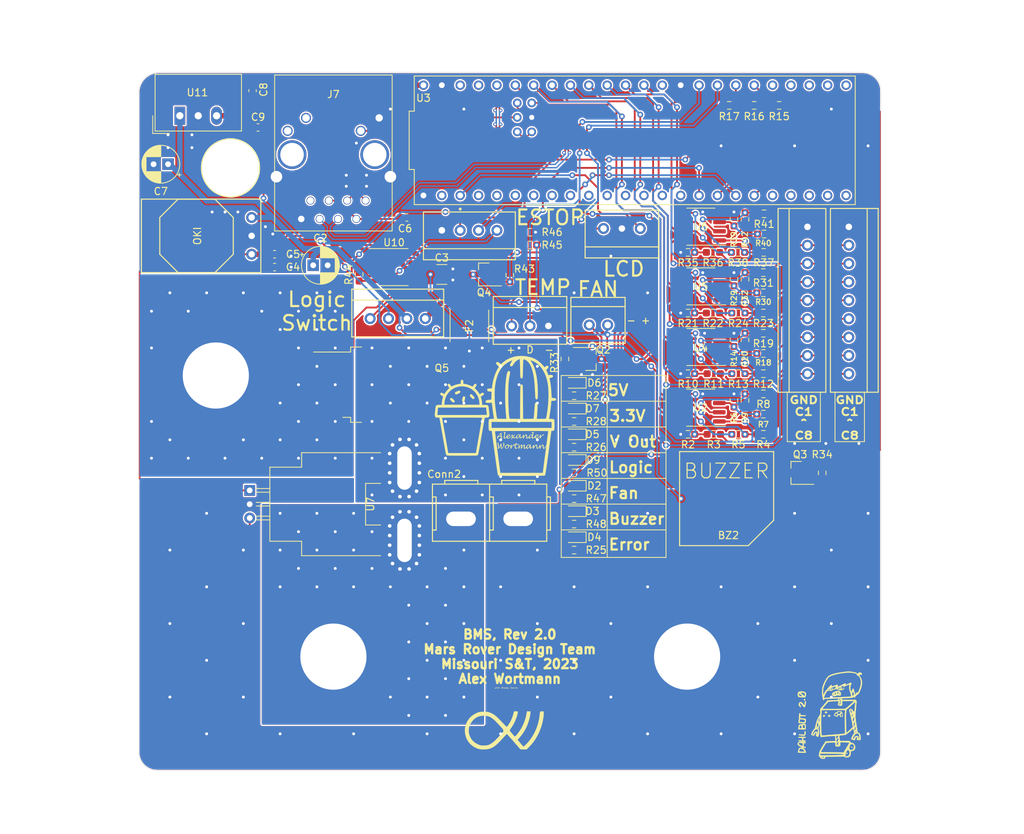
<source format=kicad_pcb>
(kicad_pcb (version 20211014) (generator pcbnew)
  (layers (0 "F.Cu" signal) (31 "B.Cu" signal) (34 "B.Paste" user) (35 "F.Paste" user) (36 "B.SilkS" user "B.Silkscreen") (37 "F.SilkS" user "F.Silkscreen") (38 "B.Mask" user) (39 "F.Mask" user) (44 "Edge.Cuts" user))
  (net 0 "")
  (net 1 "+5V")
  (net 2 "Net-(BZ2-Pad2)")
  (net 3 "GND")
  (net 4 "+3.3V")
  (net 5 "Net-(C6-Pad1)")
  (net 6 "Net-(Conn2-Pad2)")
  (net 7 "Net-(D4-Pad2)")
  (net 8 "Net-(D5-Pad2)")
  (net 9 "Net-(D6-Pad2)")
  (net 10 "Net-(D7-Pad2)")
  (net 11 "PACK_OUT")
  (net 12 "Net-(F2-Pad2)")
  (net 13 "LCD_TX")
  (net 14 "Net-(J3-Pad2)")
  (net 15 "cell8")
  (net 16 "cell7")
  (net 17 "call6")
  (net 18 "cell5")
  (net 19 "cell4")
  (net 20 "cell3")
  (net 21 "cell2")
  (net 22 "cell1")
  (net 24 "LED")
  (net 26 "T+")
  (net 27 "T-")
  (net 29 "R+")
  (net 30 "R-")
  (net 31 "Net-(J9-Pad1)")
  (net 32 "GATE")
  (net 33 "Net-(J9-Pad3)")
  (net 34 "Net-(Q2-Pad1)")
  (net 35 "Net-(Q3-Pad1)")
  (net 36 "LOGIC_SWITCH")
  (net 37 "Net-(R2-Pad1)")
  (net 38 "Net-(R4-Pad2)")
  (net 39 "Cell8-SENSE")
  (net 40 "Net-(R6-Pad1)")
  (net 41 "Net-(R8-Pad2)")
  (net 42 "Cell7-SENSE")
  (net 43 "Net-(R10-Pad1)")
  (net 44 "Net-(R12-Pad2)")
  (net 45 "Cell6-SENSE")
  (net 46 "Net-(R14-Pad1)")
  (net 47 "Net-(R15-Pad1)")
  (net 48 "Net-(R19-Pad2)")
  (net 49 "Cell5-SENSE")
  (net 50 "Net-(R21-Pad1)")
  (net 51 "Net-(R23-Pad2)")
  (net 52 "Cell4-SENSE")
  (net 53 "ERR_LED")
  (net 54 "Net-(R29-Pad1)")
  (net 55 "Net-(R31-Pad2)")
  (net 56 "Cell3-SENSE")
  (net 57 "Net-(R35-Pad1)")
  (net 58 "Net-(R37-Pad2)")
  (net 59 "Cell2-SENSE")
  (net 60 "Net-(R39-Pad1)")
  (net 61 "Net-(R41-Pad2)")
  (net 62 "Cell1-SENSE")
  (net 79 "CURRENT_SENSE")
  (net 92 "Net-(F2-Pad1)")
  (net 93 "Net-(Q5-Pad1)")
  (net 94 "PackLogic")
  (net 95 "Net-(R17-Pad1)")
  (net 96 "Net-(R47-Pad1)")
  (net 97 "Net-(R48-Pad1)")
  (net 98 "Net-(R50-Pad2)")
  (net 99 "Net-(J4-Pad1)")
  (net 100 "Net-(Q4-Pad3)")
  (footprint "Resistor_SMD:R_0603_1608Metric_Pad0.98x0.95mm_HandSolder" (layer "F.Cu") (at 158.242 72.644 180)
    (fp_text reference "R7")
    (fp_text value "46.4k")
  )
  (footprint "Capacitor_SMD:C_0603_1608Metric_Pad1.08x0.95mm_HandSolder" (layer "F.Cu") (at 90.678 52.324)
    (fp_text reference "C4")
    (fp_text value "1uF")
  )
  (footprint "Resistor_SMD:R_0603_1608Metric_Pad0.98x0.95mm_HandSolder" (layer "F.Cu") (at 154.7895 75.438 180)
    (fp_text reference "R5")
    (fp_text value "36.5k")
  )
  (footprint "Capacitor_THT:CP_Radial_D5.0mm_P2.00mm" (layer "F.Cu") (at 96.012 52.07)
    (fp_text reference "C2")
    (fp_text value "22uF")
  )
  (footprint "Resistor_SMD:R_0603_1608Metric_Pad0.98x0.95mm_HandSolder" (layer "F.Cu") (at 132.0895 80.772 180)
    (fp_text reference "R50")
    (fp_text value "75")
  )
  (footprint "Resistor_SMD:R_0603_1608Metric_Pad0.98x0.95mm_HandSolder" (layer "F.Cu") (at 151.384 75.438 180)
    (fp_text reference "R3")
    (fp_text value "46.4k")
  )
  (footprint "Resistor_SMD:R_0603_1608Metric_Pad0.98x0.95mm_HandSolder" (layer "F.Cu") (at 155.702 62.3805 -90)
    (fp_text reference "R20")
    (fp_text value "36.5k")
  )
  (footprint "Resistor_SMD:R_0603_1608Metric_Pad0.98x0.95mm_HandSolder" (layer "F.Cu") (at 125.984 49.276 180)
    (fp_text reference "R45")
    (fp_text value "4k")
  )
  (footprint "MRDT_Silkscreens:2_Dahlbot_2.0" (layer "F.Cu") (at 167.132 114.3)
    (fp_text reference "G***" hide)
    (fp_text value "LOGO" hide)
  )
  (footprint "Resistor_SMD:R_0603_1608Metric_Pad0.98x0.95mm_HandSolder" (layer "F.Cu") (at 154.178 45.72 90)
    (fp_text reference "R39")
    (fp_text value "36.5k")
  )
  (footprint "Resistor_SMD:R_0603_1608Metric_Pad0.98x0.95mm_HandSolder" (layer "F.Cu") (at 154.733 50.292 180)
    (fp_text reference "R38")
    (fp_text value "36.5k")
  )
  (footprint "Resistor_SMD:R_0603_1608Metric_Pad0.98x0.95mm_HandSolder" (layer "F.Cu") (at 155.702 70.7625 -90)
    (fp_text reference "R9")
    (fp_text value "36.5k")
  )
  (footprint "Capacitor_SMD:C_0603_1608Metric_Pad1.08x0.95mm_HandSolder" (layer "F.Cu") (at 87.63 27.94 90)
    (fp_text reference "C8")
    (fp_text value "1uF")
  )
  (footprint "MRDT_Connectors:MOLEX_SL_02_Vertical" (layer "F.Cu") (at 134.1755 60.325)
    (fp_text reference "J4" hide)
    (fp_text value "Conn_01x02")
  )
  (footprint "Resistor_SMD:R_0603_1608Metric_Pad0.98x0.95mm_HandSolder" (layer "F.Cu") (at 155.702 45.72 -90)
    (fp_text reference "R42")
    (fp_text value "36.5k")
  )
  (footprint "MRDT_Connectors:MOLEX_SL_04_Vertical" (layer "F.Cu") (at 121.412 47.244 180)
    (fp_text reference "J9" hide)
    (fp_text value "Conn_01x04")
  )
  (footprint "Resistor_SMD:R_0603_1608Metric_Pad0.98x0.95mm_HandSolder" (layer "F.Cu") (at 154.7895 67.056 180)
    (fp_text reference "R13")
    (fp_text value "36.5k")
  )
  (footprint "Fuse:Fuse_2920_7451Metric_Pad2.10x5.45mm_HandSolder" (layer "F.Cu") (at 117.602 60.452 90)
    (fp_text reference "F2")
    (fp_text value "Polyfuse")
  )
  (footprint "Resistor_SMD:R_0603_1608Metric_Pad0.98x0.95mm_HandSolder" (layer "F.Cu") (at 158.242 67.056 180)
    (fp_text reference "R12")
    (fp_text value "46.4k")
  )
  (footprint "Capacitor_SMD:C_1210_3225Metric_Pad1.33x2.70mm_HandSolder" (layer "F.Cu") (at 113.792 53.34)
    (fp_text reference "C3")
    (fp_text value "10uF")
  )
  (footprint "Resistor_SMD:R_0603_1608Metric_Pad0.98x0.95mm_HandSolder" (layer "F.Cu") (at 158.242 69.85 180)
    (fp_text reference "R8")
    (fp_text value "46.4k")
  )
  (footprint "Resistor_SMD:R_0603_1608Metric_Pad0.98x0.95mm_HandSolder" (layer "F.Cu") (at 123.19 53.4435 -90)
    (fp_text reference "R43")
    (fp_text value "4.7k")
  )
  (footprint "Converter_DCDC:Converter_DCDC_TRACO_TSR-1_THT" (layer "F.Cu") (at 77.5775 31.4005)
    (fp_text reference "U11")
    (fp_text value "TSR_1-2450")
  )
  (footprint "Resistor_SMD:R_0603_1608Metric_Pad0.98x0.95mm_HandSolder" (layer "F.Cu") (at 151.2805 50.292 180)
    (fp_text reference "R36")
    (fp_text value "46.4k")
  )
  (footprint "MRDT_Connectors:MOLEX_SL_09_Vertical" (layer "F.Cu") (at 164.338 67.0814 90)
    (fp_text reference "J5" hide)
    (fp_text value "Conn_01x09")
  )
  (footprint "MRDT_Silkscreens:2_WifiPower" (layer "F.Cu") (at 122.682 116.332)
    (fp_text reference "G***")
    (fp_text value "LOGO" hide)
  )
  (footprint "Resistor_SMD:R_0603_1608Metric_Pad0.98x0.95mm_HandSolder" (layer "F.Cu") (at 158.3455 47.752 180)
    (fp_text reference "R40")
    (fp_text value "46.4k")
  )
  (footprint "MRDT_Connectors:RJ45_Teensy" (layer "F.Cu") (at 98.681 23.7785 180)
    (fp_text reference "J7")
    (fp_text value "RJ45_LED_Shielded")
  )
  (footprint "MRDT_Drill_Holes:BATT_PWR_VIA" (layer "F.Cu") (at 98.806 106.172)
    (fp_text reference "V3" hide)
    (fp_text value "BATT_PWR_VIA" hide)
  )
  (footprint "Resistor_SMD:R_0603_1608Metric_Pad0.98x0.95mm_HandSolder" (layer "F.Cu") (at 158.242 58.674 180)
    (fp_text reference "R23")
    (fp_text value "46.4k")
  )
  (footprint "Resistor_SMD:R_0603_1608Metric_Pad0.98x0.95mm_HandSolder" (layer "F.Cu") (at 158.242 61.468 180)
    (fp_text reference "R19")
    (fp_text value "46.4k")
  )
  (footprint "Package_TO_SOT_SMD:SOT-23_Handsoldering" (layer "F.Cu") (at 162.814 80.772 180)
    (fp_text reference "Q3")
    (fp_text value "Q_NMOS_DGS")
  )
  (footprint "MRDT_Connectors:MOLEX_SL_04_Vertical" (layer "F.Cu") (at 103.886 59.436)
    (fp_text reference "U8" hide)
    (fp_text value "BMS_Logic_Switch")
  )
  (footprint "MRDT_Shields:Teensy_4_1_Ethernet" (layer "F.Cu") (at 140.462 34.798)
    (fp_text reference "U3")
    (fp_text value "Teensy4.1_DEV-16771")
  )
  (footprint "Resistor_SMD:R_0603_1608Metric_Pad0.98x0.95mm_HandSolder" (layer "F.Cu") (at 154.178 53.9985 90)
    (fp_text reference "R29")
    (fp_text value "36.5k")
  )
  (footprint "MRDT_Connectors:MOLEX_SL_03_Vertical" (layer "F.Cu") (at 141.224 46.99 180)
    (fp_text reference "J2" hide)
    (fp_text value "Conn_01x03")
  )
  (footprint "Resistor_SMD:R_0603_1608Metric_Pad0.98x0.95mm_HandSolder" (layer "F.Cu") (at 160.4245 29.972)
    (fp_text reference "R15")
    (fp_text value "820")
  )
  (footprint "MRDT_Silkscreens:z_sig_Alex_Wortmann_PT2" (layer "F.Cu") (at 116.586 73.406)
    (fp_text reference "G***" hide)
    (fp_text value "LOGO" hide)
  )
  (footprint "Resistor_SMD:R_0603_1608Metric_Pad0.98x0.95mm_HandSolder" (layer "F.Cu") (at 153.5195 29.972 180)
    (fp_text reference "R17")
    (fp_text value "100K")
  )
  (footprint "Package_SO:SO-8_3.9x4.9mm_P1.27mm" (layer "F.Cu") (at 149.606 46.736 180)
    (fp_text reference "U6")
    (fp_text value "Opamp_Dual")
  )
  (footprint "Resistor_SMD:R_0603_1608Metric_Pad0.98x0.95mm_HandSolder" (layer "F.Cu") (at 154.7895 58.674 180)
    (fp_text reference "R24")
    (fp_text value "36.5k")
  )
  (footprint "Resistor_SMD:R_0603_1608Metric_Pad0.98x0.95mm_HandSolder" (layer "F.Cu") (at 151.384 67.056 180)
    (fp_text reference "R11")
    (fp_text value "46.4k")
  )
  (footprint "Resistor_SMD:R_0603_1608Metric_Pad0.98x0.95mm_HandSolder" (layer "F.Cu") (at 151.2805 58.674 180)
    (fp_text reference "R22")
    (fp_text value "46.4k")
  )
  (footprint "Resistor_SMD:R_0603_1608Metric_Pad0.98x0.95mm_HandSolder" (layer "F.Cu") (at 130.81 65.024 90)
    (fp_text reference "R33")
    (fp_text value "4.7k")
  )
  (footprint "MRDT_Drill_Holes:BATT_PWR_VIA" (layer "F.Cu") (at 147.701 106.172)
    (fp_text reference "V2" hide)
    (fp_text value "BATT_GND_VIA" hide)
  )
  (footprint "Resistor_SMD:R_0603_1608Metric_Pad0.98x0.95mm_HandSolder" (layer "F.Cu") (at 158.3455 44.958 180)
    (fp_text reference "R41")
    (fp_text value "46.4k")
  )
  (footprint "MRDT_Actives:IRLS3034_TO-263-7_P" (layer "F.Cu") (at 97.79 64.77)
    (fp_text reference "Q5")
    (fp_text value "Q_NMOS_GDS")
  )
  (footprint "MRDT_Connectors:MOLEX_SL_03_Vertical" (layer "F.Cu") (at 123.444 60.452)
    (fp_text reference "J3" hide)
    (fp_text value "Conn_01x03")
  )
  (footprint "Resistor_SMD:R_0603_1608Metric_Pad0.98x0.95mm_HandSolder" (layer "F.Cu") (at 166.37 80.772 -90)
    (fp_text reference "R34")
    (fp_text value "4.7k")
  )
  (footprint "MRDT_Devices:OKI_Horizontal" (layer "F.Cu") (at 87.503 45.466 -90)
    (fp_text reference "U9" hide)
    (fp_text value "OKI")
  )
  (footprint "Package_TO_SOT_SMD:SOT-23_Handsoldering" (layer "F.Cu") (at 119.634 53.34 180)
    (fp_text reference "Q4")
    (fp_text value "Q_NMOS_DGS")
  )
  (footprint "Resistor_SMD:R_0603_1608Metric_Pad0.98x0.95mm_HandSolder" (layer "F.Cu") (at 147.828 67.056 180)
    (fp_text reference "R10")
    (fp_text value "36.5k")
  )
  (footprint "Resistor_SMD:R_0603_1608Metric_Pad0.98x0.95mm_HandSolder" (layer "F.Cu") (at 102.362 53.34 90)
    (fp_text reference "R44")
    (fp_text value "10k")
  )
  (footprint "MRDT_Drill_Holes:BATT_PWR_VIA" (layer "F.Cu") (at 82.55 67.31)
    (fp_text reference "V4" hide)
    (fp_text value "BMS_OUT_VIA" hide)
  )
  (footprint "Resistor_SMD:R_0603_1608Metric_Pad0.98x0.95mm_HandSolder" (layer "F.Cu") (at 154.178 70.7625 90)
    (fp_text reference "R6")
    (fp_text value "36.5k")
  )
  (footprint "Capacitor_THT:CP_Radial_D5.0mm_P2.00mm" (layer "F.Cu") (at 75.946 38.1 180)
    (fp_text reference "C7")
    (fp_text value "22uF")
  )
  (footprint "LED_SMD:LED_0603_1608Metric_Pad1.05x0.95mm_HandSolder" (layer "F.Cu") (at 132.08 89.662 180)
    (fp_text reference "D4")
    (fp_text value "ERR")
  )
  (footprint "MRDT_Drill_Holes:4_40_Hole" (layer "F.Cu") (at 84.582 38.608)
    (fp_text reference "H3" hide)
    (fp_text value "MountingHole" hide)
  )
  (footprint "Resistor_SMD:R_0603_1608Metric_Pad0.98x0.95mm_HandSolder" (layer "F.Cu") (at 132.08 87.8465)
    (fp_text reference "R48")
    (fp_text value "75")
  )
  (footprint "MRDT_Devices:BUZZER_SMI_1324_TW_5V_2_R" (layer "F.Cu") (at 146.662 84.328)
    (fp_text reference "BZ2")
    (fp_text value "Buzzer")
  )
  (footprint "Resistor_SMD:R_0603_1608Metric_Pad0.98x0.95mm_HandSolder" (layer "F.Cu") (at 158.289 50.292 180)
    (fp_text reference "R37")
    (fp_text value "46.4k")
  )
  (footprint "Resistor_SMD:R_0603_1608Metric_Pad0.98x0.95mm_HandSolder" (layer "F.Cu") (at 158.242 64.262 180)
    (fp_text reference "R18")
    (fp_text value "46.4k")
  )
  (footprint "Resistor_SMD:R_0603_1608Metric_Pad0.98x0.95mm_HandSolder" (layer "F.Cu") (at 154.178 62.3805 90)
    (fp_text reference "R14")
    (fp_text value "36.5k")
  )
  (footprint "Package_SO:SO-8_3.9x4.9mm_P1.27mm" (layer "F.Cu") (at 107.188 52.324)
    (fp_text reference "U10")
    (fp_text value "LT1910")
  )
  (footprint "Resistor_SMD:R_0603_1608Metric_Pad0.98x0.95mm_HandSolder" (layer "F.Cu") (at 156.972 29.972)
    (fp_text reference "R16")
    (fp_text value "10k")
  )
  (footprint "MRDT_Connectors:Square_Anderson_2_V_Side_By_Side" (layer "F.Cu") (at 120.309 87.248 180)
    (fp_text reference "Conn2")
    (fp_text value "AndersonPP")
  )
  (footprint "LED_SMD:LED_0603_1608Metric_Pad1.05x0.95mm_HandSolder" (layer "F.Cu") (at 132.08 68.326 180)
    (fp_text reference "D6")
    (fp_text value "5V")
  )
  (footprint "Sensor_Current:Allegro_CB_PFF" (layer "F.Cu") (at 87.235 83.19 -90)
    (fp_text reference "U7")
    (fp_text value "ACS758xCB-200B-PFF")
  )
  (footprint "Resistor_SMD:R_0603_1608Metric_Pad0.98x0.95mm_HandSolder" (layer "F.Cu") (at 132.08 91.44)
    (fp_text reference "R25")
    (fp_text value "100")
  )
  (footprint "Resistor_SMD:R_0603_1608Metric_Pad0.98x0.95mm_HandSolder" (layer "F.Cu") (at 132.08 77.216)
    (fp_text reference "R26")
    (fp_text value "3k")
  )
  (footprint "Resistor_SMD:R_0603_1608Metric_Pad0.98x0.95mm_HandSolder" (layer "F.Cu") (at 132.08 84.328)
    (fp_text reference "R47")
    (fp_text value "75")
  )
  (footprint "Resistor_SMD:R_0603_1608Metric_Pad0.98x0.95mm_HandSolder" (layer "F.Cu") (at 147.828 50.292 180)
    (fp_text reference "R35")
    (fp_text value "36.5k")
  )
  (footprint "LED_SMD:LED_0603_1608Metric_Pad1.05x0.95mm_HandSolder" (layer "F.Cu") (at 132.08 86.0685 180)
    (fp_text reference "D3")
    (fp_text value "LED")
  )
  (footprint "Resistor_SMD:R_0603_1608Metric_Pad0.98x0.95mm_HandSolder" (layer "F.Cu") (at 158.242 55.88 180)
    (fp_text reference "R30")
    (fp_text value "46.4k")
  )
  (footprint "MRDT_Silkscreens:z_sig_Alex_Wortmann_PT1" (layer "F.Cu") (at 124.714 72.898)
    (fp_text reference "G***" hide)
    (fp_text value "LOGO" hide)
  )
  (footprint "Resistor_SMD:R_0603_1608Metric_Pad0.98x0.95mm_HandSolder" (layer "F.Cu") (at 158.242 75.438 180)
    (fp_text reference "R4")
    (fp_text value "46.4k")
  )
  (footprint "Package_SO:SO-8_3.9x4.9mm_P1.27mm" (layer "F.Cu") (at 149.606 63.373 180)
    (fp_text reference "U4")
    (fp_text value "Opamp_Dual")
  )
  (footprint "Package_SO:SO-8_3.9x4.9mm_P1.27mm" (layer "F.Cu") (at 149.606 54.991 180)
    (fp_text reference "U5")
    (fp_text value "Opamp_Dual")
  )
  (footprint "LED_SMD:LED_0603_1608Metric_Pad1.05x0.95mm_HandSolder" (layer "F.Cu") (at 132.08 71.882 180)
    (fp_text reference "D7")
    (fp_text value "3V3")
  )
  (footprint "MRDT_Connectors:MOLEX_SL_09_Vertical" (layer "F.Cu") (at 170.053 46.7614 -90)
    (fp_text reference "J6" hide)
    (fp_text value "Conn_01x09")
  )
  (footprint "Package_TO_SOT_SMD:SOT-23_Handsoldering" (layer "F.Cu") (at 134.366 65.024)
    (fp_text reference "Q2")
    (fp_text value "Q_NMOS_DGS")
  )
  (footprint "Capacitor_SMD:C_0603_1608Metric_Pad1.08x0.95mm_HandSolder" (layer "F.Cu") (at 90.678 50.546)
    (fp_text reference "C5")
    (fp_text value "10uF")
  )
  (footprint "LED_SMD:LED_0603_1608Metric_Pad1.05x0.95mm_HandSolder" (layer "F.Cu") (at 132.08 75.438 180)
    (fp_text reference "D5")
    (fp_text value "PACK_OUT")
  )
  (footprint "Resistor_SMD:R_0603_1608Metric_Pad0.98x0.95mm_HandSolder" (layer "F.Cu") (at 147.828 75.438 180)
    (fp_text reference "R2")
    (fp_text value "36.5k")
  )
  (footprint "Resistor_SMD:R_0603_1608Metric_Pad0.98x0.95mm_HandSolder" (layer "F.Cu") (at 158.242 53.086 180)
    (fp_text reference "R31")
    (fp_text value "46.4k")
  )
  (footprint "Resistor_SMD:R_0603_1608Metric_Pad0.98x0.95mm_HandSolder" (layer "F.Cu") (at 147.828 58.674 180)
    (fp_text reference "R21")
    (fp_text value "36.5k")
  )
  (footprint "LED_SMD:LED_0603_1608Metric_Pad1.05x0.95mm_HandSolder" (layer "F.Cu") (at 132.08 82.55 180)
    (fp_text reference "D2")
    (fp_text value "LED")
  )
  (footprint "Resistor_SMD:R_0603_1608Metric_Pad0.98x0.95mm_HandSolder" (layer "F.Cu") (at 155.702 53.9985 -90)
    (fp_text reference "R32")
    (fp_text value "36.5k")
  )
  (footprint "LED_SMD:LED_0603_1608Metric_Pad1.05x0.95mm_HandSolder" (layer "F.Cu") (at 132.08 78.994 180)
    (fp_text reference "D9")
    (fp_text value "LED")
  )
  (footprint "Capacitor_SMD:C_0603_1608Metric_Pad1.08x0.95mm_HandSolder" (layer "F.Cu") (at 88.392 33.02)
    (fp_text reference "C9")
    (fp_text value "10uF")
  )
  (footprint "Capacitor_SMD:C_0603_1608Metric_Pad1.08x0.95mm_HandSolder" (layer "F.Cu") (at 108.966 45.466)
    (fp_text reference "C6")
    (fp_text value "0.1uF")
  )
  (footprint "Resistor_SMD:R_0603_1608Metric_Pad0.98x0.95mm_HandSolder" (layer "F.Cu") (at 132.08 70.104)
    (fp_text reference "R27")
    (fp_text value "300")
  )
  (footprint "Resistor_SMD:R_0603_1608Metric_Pad0.98x0.95mm_HandSolder" (layer "F.Cu") (at 132.08 73.66)
    (fp_text reference "R28")
    (fp_text value "100")
  )
  (footprint "Package_SO:SO-8_3.9x4.9mm_P1.27mm" (layer "F.Cu") (at 149.571 71.755 180)
    (fp_text reference "U2")
    (fp_text value "Opamp_Dual")
  )
  (footprint "Resistor_SMD:R_0603_1608Metric_Pad0.98x0.95mm_HandSolder" (layer "F.Cu") (at 125.984 47.498)
    (fp_text reference "R46")
    (fp_text value "10k")
  )
  (gr_line (start 130.302 77.978) (end 144.78 77.978) (layer "F.SilkS") (width 0.12))
  (gr_line (start 161.544 69.596) (end 161.544 76.454) (layer "F.SilkS") (width 0.12))
  (gr_line (start 130.302 92.456) (end 144.78 92.456) (layer "F.SilkS") (width 0.12))
  (gr_line (start 172.212 69.6214) (end 172.212 76.454) (layer "F.SilkS") (width 0.12))
  (gr_line (start 130.302 85.09) (end 144.78 85.09) (layer "F.SilkS") (width 0.12))
  (gr_line (start 166.116 76.454) (end 166.116 69.596) (layer "F.SilkS") (width 0.12))
  (gr_line (start 144.78 67.31) (end 130.302 67.31) (layer "F.SilkS") (width 0.12))
  (gr_line (start 130.302 81.534) (end 144.78 81.534) (layer "F.SilkS") (width 0.12))
  (gr_line (start 130.302 70.866) (end 144.78 70.866) (layer "F.SilkS") (width 0.12))
  (gr_line (start 168.148 69.596) (end 168.148 76.454) (layer "F.SilkS") (width 0.12))
  (gr_line (start 130.302 67.31) (end 130.302 92.456) (layer "F.SilkS") (width 0.12))
  (gr_line (start 130.302 88.646) (end 144.78 88.646) (layer "F.SilkS") (width 0.12))
  (gr_line (start 144.78 92.456) (end 144.78 67.31) (layer "F.SilkS") (width 0.12))
  (gr_line (start 161.544 76.454) (end 166.116 76.454) (layer "F.SilkS") (width 0.12))
  (gr_line (start 136.652 67.31) (end 136.652 92.456) (layer "F.SilkS") (width 0.12))
  (gr_line (start 168.148 76.454) (end 172.212 76.454) (layer "F.SilkS") (width 0.12))
  (gr_line (start 130.302 74.422) (end 144.78 74.422) (layer "F.SilkS") (width 0.12))
  (gr_arc (start 171.958 25.4) (mid 173.754051 26.143949) (end 174.498 27.94) (layer "Edge.Cuts") (width 0.05))
  (gr_arc (start 74.422 121.92) (mid 72.625949 121.176051) (end 71.882 119.38) (layer "Edge.Cuts") (width 0.05))
  (gr_line (start 74.422 121.92) (end 171.958 121.92) (layer "Edge.Cuts") (width 0.05))
  (gr_arc (start 174.498 119.38) (mid 173.754051 121.176051) (end 171.958 121.92) (layer "Edge.Cuts") (width 0.05))
  (gr_line (start 71.882 28.194) (end 71.882 119.38) (layer "Edge.Cuts") (width 0.05))
  (gr_line (start 174.498 27.94) (end 174.498 119.38) (layer "Edge.Cuts") (width 0.05))
  (gr_line (start 74.676 25.4) (end 171.958 25.4) (layer "Edge.Cuts") (width 0.05))
  (gr_arc (start 71.882 28.194) (mid 72.700344 26.218344) (end 74.676 25.4) (layer "Edge.Cuts") (width 0.05))
  (gr_text "5V" (at 138.176 69.342) (layer "F.SilkS") (effects (font (size 1.524 1.524) (thickness 0.3048))))
  (gr_text "V Out" (at 140.208 76.454) (layer "F.SilkS") (effects (font (size 1.524 1.524) (thickness 0.3048))))
  (gr_text "3.3V" (at 139.446 72.898) (layer "F.SilkS") (effects (font (size 1.524 1.524) (thickness 0.3048))))
  (gr_text "with Brady Davis" (at 122.682 110.49) (layer "F.SilkS") (effects (font (size 0.1778 0.254) (thickness 0.03175))))
  (gr_text "TEMP" (at 127.762 55.118) (layer "F.SilkS") (effects (font (size 2.032 2.032) (thickness 0.29972))))
  (gr_text "Logic\nSwitch" (at 96.52 58.42) (layer "F.SilkS") (effects (font (size 2.032 2.032) (thickness 0.29972))))
  (gr_text "LCD" (at 138.938 52.578) (layer "F.SilkS") (effects (font (size 2.032 2.032) (thickness 0.3))))
  (gr_text "+  D  -" (at 125.984 63.754) (layer "F.SilkS") (effects (font (size 1 1))))
  (gr_text "Buzzer" (at 140.716 87.122) (layer "F.SilkS") (effects (font (size 1.524 1.524) (thickness 0.3048))))
  (gr_text "Logic" (at 139.954 80.01) (layer "F.SilkS") (effects (font (size 1.524 1.524) (thickness 0.3048))))
  (gr_text "FAN" (at 135.382 55.372) (layer "F.SilkS") (effects (font (size 2.032 2.032) (thickness 0.29972))))
  (gr_text "ESTOP" (at 128.778 45.466) (layer "F.SilkS") (effects (font (size 2.032 2.032) (thickness 0.3))))
  (gr_text "GND\nC1\n^\nC8" (at 163.83 73.152) (layer "F.SilkS") (effects (font (size 1.016 1.27) (thickness 0.254))))
  (gr_text "GND\nC1\n^\nC8" (at 170.18 73.152) (layer "F.SilkS") (effects (font (size 1.016 1.27) (thickness 0.254))))
  (gr_text "- +" (at 140.97 59.69) (layer "F.SilkS") (effects (font (size 1 1))))
  (gr_text "Error" (at 139.7 90.678) (layer "F.SilkS") (effects (font (size 1.524 1.524) (thickness 0.3048))))
  (gr_text "Fan" (at 138.938 83.566) (layer "F.SilkS") (effects (font (size 1.524 1.524) (thickness 0.3048))))
  (gr_text "BMS, Rev 2.0\nMars Rover Design Team\nMissouri S&T, 2023\nAlex Wortmann" (at 123.19 106.172) (layer "F.SilkS") (effects (font (size 1.27 1.27) (thickness 0.3175))))
  (segment (start 136.652 61.722) (end 136.7155 61.6585) (width 0.254) (layer "F.Cu") (net 1))
  (segment (start 84.7405 31.6545) (end 84.7405 31.4005) (width 0.254) (layer "F.Cu") (net 1))
  (segment (start 89.154 36.068) (end 84.7405 31.6545) (width 0.254) (layer "F.Cu") (net 1))
  (segment (start 87.63 28.8025) (end 87.63 31.242) (width 0.762) (layer "F.Cu") (net 1))
  (segment (start 111.252 27.178) (end 91.694 27.178) (width 0.762) (layer "F.Cu") (net 1))
  (segment (start 100.398681 52.255319) (end 100.398681 52.138681) (width 0.254) (layer "F.Cu") (net 1))
  (segment (start 89.154 41.91) (end 89.154 36.068) (width 0.254) (layer "F.Cu") (net 1))
  (segment (start 89.154 42.784123) (end 89.154 41.91) (width 0.254) (layer "F.Cu") (net 1))
  (segment (start 87.4715 31.4005) (end 86.7725 31.4005) (width 0.762) (layer "F.Cu") (net 1))
  (segment (start 86.7725 31.4005) (end 84.7405 31.4005) (width 0.762) (layer "F.Cu") (net 1))
  (segment (start 87.5295 31.4585) (end 87.4715 31.4005) (width 0.762) (layer "F.Cu") (net 1))
  (segment (start 133.35 70.104) (end 132.9925 70.104) (width 0.254) (layer "F.Cu") (net 1))
  (segment (start 136.652 63.5) (end 136.652 61.722) (width 0.254) (layer "F.Cu") (net 1))
  (segment (start 91.694 27.178) (end 87.4715 31.4005) (width 0.762) (layer "F.Cu") (net 1))
  (segment (start 113.03 60.96) (end 120.65 60.96) (width 0.254) (layer "F.Cu") (net 1))
  (segment (start 97.282 49.022) (end 97.028 48.768) (width 0.254) (layer "F.Cu") (net 1))
  (segment (start 137.16 66.294) (end 133.35 70.104) (width 0.254) (layer "F.Cu") (net 1))
  (segment (start 137.16 64.008) (end 137.16 66.294) (width 0.254) (layer "F.Cu") (net 1))
  (segment (start 84.7405 31.4005) (end 82.6575 31.4005) (width 0.762) (layer "F.Cu") (net 1))
  (segment (start 89.14138 42.796743) (end 89.154 42.784123) (width 0.254) (layer "F.Cu") (net 1))
  (segment (start 87.5295 33.02) (end 87.5295 31.4585) (width 0.762) (layer "F.Cu") (net 1))
  (segment (start 136.652 63.5) (end 137.16 64.008) (width 0.254) (layer "F.Cu") (net 1))
  (segment (start 87.63 31.242) (end 87.4715 31.4005) (width 0.762) (layer "F.Cu") (net 1))
  (segment (start 100.398681 52.138681) (end 97.282 49.022) (width 0.254) (layer "F.Cu") (net 1))
  (via (at 100.398681 52.255319) (size 0.8) (drill 0.4) (layers "F.Cu" "B.Cu") (net 1))
  (via (at 89.14138 42.796743) (size 0.8) (drill 0.4) (layers "F.Cu" "B.Cu") (net 1))
  (via (at 136.7155 61.6585) (size 0.8) (drill 0.4) (layers "F.Cu" "B.Cu") (net 1))
  (via (at 120.65 60.96) (size 0.8) (drill 0.4) (layers "F.Cu" "B.Cu") (net 1))
  (via (at 97.028 48.768) (size 0.8) (drill 0.4) (layers "F.Cu" "B.Cu") (net 1))
  (via (at 146.862 84.328) (size 0.8) (drill 0.4) (layers "F.Cu" "B.Cu") (net 1))
  (via (at 113.03 60.96) (size 0.8) (drill 0.4) (layers "F.Cu" "B.Cu") (net 1))
  (segment (start 105.156 59.944) (end 105.156 57.012638) (width 0.254) (layer "B.Cu") (net 1))
  (segment (start 105.156 57.012638) (end 104.970681 56.827319) (width 0.254) (layer "B.Cu") (net 1))
  (segment (start 139.6365 61.6585) (end 143.564 65.586) (width 0.254) (layer "B.Cu") (net 1))
  (segment (start 89.14138 43.182116) (end 89.14138 42.796743) (width 0.254) (layer "B.Cu") (net 1))
  (segment (start 136.0805 61.6585) (end 136.7155 61.6585) (width 0.254) (layer "B.Cu") (net 1))
  (segment (start 136.7155 60.325) (end 136.7155 61.0235) (width 0.254) (layer "B.Cu") (net 1))
  (segment (start 143.564 65.586) (end 143.564 81.03) (width 0.254) (layer "B.Cu") (net 1))
  (segment (start 136.7155 61.0235) (end 136.0805 61.6585) (width 0.254) (layer "B.Cu") (net 1))
  (segment (start 104.970681 56.827319) (end 100.398681 52.255319) (width 0.254) (layer "B.Cu") (net 1))
  (segment (start 106.426 59.436) (end 106.426 58.282638) (width 0.254) (layer "B.Cu") (net 1))
  (segment (start 106.934 61.722) (end 105.156 59.944) (width 0.254) (layer "B.Cu") (net 1))
  (segment (start 93.972632 48.013368) (end 89.14138 43.182116) (width 0.254) (layer "B.Cu") (net 1))
  (segment (start 113.03 60.96) (end 112.268 61.722) (width 0.254) (layer "B.Cu") (net 1))
  (segment (start 136.7155 61.6585) (end 139.6365 61.6585) (width 0.254) (layer "B.Cu") (net 1))
  (segment (start 121.3485 61.6585) (end 136.0805 61.6585) (width 0.254) (layer "B.Cu") (net 1))
  (segment (start 97.028 48.768) (end 94.727264 48.768) (width 0.254) (layer "B.Cu") (net 1))
  (segment (start 106.426 58.282638) (end 104.970681 56.827319) (width 0.254) (layer "B.Cu") (net 1))
  (segment (start 120.65 60.96) (end 121.3485 61.6585) (width 0.254) (layer "B.Cu") (net 1))
  (segment (start 143.564 81.03) (end 146.862 84.328) (width 0.254) (layer "B.Cu") (net 1))
  (segment (start 112.268 61.722) (end 106.934 61.722) (width 0.254) (layer "B.Cu") (net 1))
  (segment (start 94.727264 48.768) (end 93.972632 48.013368) (width 0.254) (layer "B.Cu") (net 1))
  (segment (start 155.9435 87.8465) (end 159.462 84.328) (width 0.254) (layer "F.Cu") (net 2))
  (segment (start 132.955 87.884) (end 132.9925 87.8465) (width 0.254) (layer "F.Cu") (net 2))
  (segment (start 159.462 82.624) (end 161.314 80.772) (width 0.254) (layer "F.Cu") (net 2))
  (segment (start 132.9925 87.8465) (end 155.9435 87.8465) (width 0.254) (layer "F.Cu") (net 2))
  (segment (start 159.462 84.328) (end 159.462 82.624) (width 0.254) (layer "F.Cu") (net 2))
  (via (at 100.584 41.148) (size 0.8) (drill 0.4) (layers "F.Cu" "B.Cu") (net 3))
  (via (at 172.72 106.68) (size 0.8) (drill 0.4) (layers "F.Cu" "B.Cu") (net 3))
  (via (at 85.598 44.704) (size 0.8) (drill 0.4) (layers "F.Cu" "B.Cu") (net 3))
  (via (at 157.48 101.6) (size 0.8) (drill 0.4) (layers "F.Cu" "B.Cu") (net 3))
  (via (at 157.48 111.76) (size 0.8) (drill 0.4) (layers "F.Cu" "B.Cu") (net 3))
  (via (at 172.72 116.84) (size 0.8) (drill 0.4) (layers "F.Cu" "B.Cu") (net 3))
  (via (at 141.986 76.2) (size 0.8) (drill 0.4) (layers "F.Cu" "B.Cu") (net 3))
  (via (at 101.981 35.179) (size 0.8) (drill 0.4) (layers "F.Cu" "B.Cu") (net 3))
  (via (at 137.16 50.8) (size 0.8) (drill 0.4) (layers "F.Cu" "B.Cu") (net 3))
  (via (at 139.954 76.2) (size 0.8) (drill 0.4) (layers "F.Cu" "B.Cu") (net 3))
  (via (at 149.86 53.086) (size 0.8) (drill 0.4) (layers "F.Cu" "B.Cu") (net 3))
  (via (at 111.76 116.84) (size 0.8) (drill 0.4) (layers "F.Cu" "B.Cu") (net 3))
  (via (at 76.2 111.76) (size 0.8) (drill 0.4) (layers "F.Cu" "B.Cu") (net 3))
  (via (at 152.4 116.84) (size 0.8) (drill 0.4) (layers "F.Cu" "B.Cu") (net 3))
  (via (at 75.946 34.036) (size 0.8) (drill 0.4) (layers "F.Cu" "B.Cu") (net 3))
  (via (at 121.92 106.68) (size 0.8) (drill 0.4) (layers "F.Cu" "B.Cu") (net 3))
  (via (at 162.56 96.52) (size 0.8) (drill 0.4) (layers "F.Cu" "B.Cu") (net 3))
  (via (at 162.56 116.84) (size 0.8) (drill 0.4) (layers "F.Cu" "B.Cu") (net 3))
  (via (at 162.56 35.56) (size 0.8) (drill 0.4) (layers "F.Cu" "B.Cu") (net 3))
  (via (at 103.378 39.624) (size 0.8) (drill 0.4) (layers "F.Cu" "B.Cu") (net 3))
  (via (at 90.424 47.752) (size 0.8) (drill 0.4) (layers "F.Cu" "B.Cu") (net 3))
  (via (at 137.16 101.6) (size 0.8) (drill 0.4) (layers "F.Cu" "B.Cu") (net 3))
  (via (at 162.56 106.68) (size 0.8) (drill 0.4) (layers "F.Cu" "B.Cu") (net 3))
  (via (at 146.812 58.674) (size 0.8) (drill 0.4) (layers "F.Cu" "B.Cu") (net 3))
  (via (at 121.92 116.84) (size 0.8) (drill 0.4) (layers "F.Cu" "B.Cu") (net 3))
  (via (at 132.08 106.68) (size 0.8) (drill 0.4) (layers "F.Cu" "B.Cu") (net 3))
  (via (at 133.096 67.183) (size 0.8) (drill 0.4) (layers "F.Cu" "B.Cu") (net 3))
  (via (at 154.178 69.85) (size 0.8) (drill 0.4) (layers "F.Cu" "B.Cu") (net 3))
  (via (at 127 101.6) (size 0.8) (drill 0.4) (layers "F.Cu" "B.Cu") (net 3))
  (via (at 89.408 46.736) (size 0.8) (drill 0.4) (layers "F.Cu" "B.Cu") (net 3))
  (via (at 167.64 91.44) (size 0.8) (drill 0.4) (layers "F.Cu" "B.Cu") (net 3))
  (via (at 79.248 35.814) (size 0.8) (drill 0.4) (layers "F.Cu" "B.Cu") (net 3))
  (via (at 162.56 86.36) (size 0.8) (drill 0.4) (layers "F.Cu" "B.Cu") (net 3))
  (via (at 86.36 91.44) (size 0.8) (drill 0.4) (layers "F.Cu" "B.Cu") (net 3))
  (via (at 167.64 30.48) (size 0.8) (drill 0.4) (layers "F.Cu" "B.Cu") (net 3))
  (via (at 76.2 91.44) (size 0.8) (drill 0.4) (layers "F.Cu" "B.Cu") (net 3))
  (via (at 115.316 52.578) (size 0.8) (drill 0.4) (layers "F.Cu" "B.Cu") (net 3))
  (via (at 171.45 76.708) (size 0.8) (drill 0.4) (layers "F.Cu" "B.Cu") (net 3))
  (via (at 154.178 44.704) (size 0.8) (drill 0.4) (layers "F.Cu" "B.Cu") (net 3))
  (via (at 132.08 55.88) (size 0.8) (drill 0.4) (layers "F.Cu" "B.Cu") (net 3))
  (via (at 137.16 111.76) (size 0.8) (drill 0.4) (layers "F.Cu" "B.Cu") (net 3))
  (via (at 106.68 30.48) (size 0.8) (drill 0.4) (layers "F.Cu" "B.Cu") (net 3))
  (via (at 167.64 101.6) (size 0.8) (drill 0.4) (layers "F.Cu" "B.Cu") (net 3))
  (via (at 127 111.76) (size 0.8) (drill 0.4) (layers "F.Cu" "B.Cu") (net 3))
  (via (at 101.6 116.84) (size 0.8) (drill 0.4) (layers "F.Cu" "B.Cu") (net 3))
  (via (at 142.24 116.84) (size 0.8) (drill 0.4) (layers "F.Cu" "B.Cu") (net 3))
  (via (at 100.584 39.624) (size 0.8) (drill 0.4) (layers "F.Cu" "B.Cu") (net 3))
  (via (at 116.84 30.48) (size 0.8) (drill 0.4) (layers "F.Cu" "B.Cu") (net 3))
  (via (at 172.72 35.56) (size 0.8) (drill 0.4) (layers "F.Cu" "B.Cu") (net 3))
  (via (at 166.878 76.708) (size 0.8) (drill 0.4) (layers "F.Cu" "B.Cu") (net 3))
  (via (at 172.72 86.36) (size 0.8) (drill 0.4) (layers "F.Cu" "B.Cu") (net 3))
  (via (at 142.24 86.36) (size 0.8) (drill 0.4) (layers "F.Cu" "B.Cu") (net 3))
  (via (at 75.946 35.814) (size 0.8) (drill 0.4) (layers "F.Cu" "B.Cu") (net 3))
  (via (at 154.178 61.468) (size 0.8) (drill 0.4) (layers "F.Cu" "B.Cu") (net 3))
  (via (at 132.08 116.84) (size 0.8) (drill 0.4) (layers "F.Cu" "B.Cu") (net 3))
  (via (at 137.922 76.2) (size 0.8) (drill 0.4) (layers "F.Cu" "B.Cu") (net 3))
  (via (at 92.964 50.8) (size 0.8) (drill 0.4) (layers "F.Cu" "B.Cu") (net 3))
  (via (at 83.82 44.704) (size 0.8) (drill 0.4) (layers "F.Cu" "B.Cu") (net 3))
  (via (at 150.114 61.468) (size 0.8) (drill 0.4) (layers "F.Cu" "B.Cu") (net 3))
  (via (at 76.2 101.6) (size 0.8) (drill 0.4) (layers "F.Cu" "B.Cu") (net 3))
  (via (at 149.86 69.85) (size 0.8) (drill 0.4) (layers "F.Cu" "B.Cu") (net 3))
  (via (at 152.4 35.56) (size 0.8) (drill 0.4) (layers "F.Cu" "B.Cu") (net 3))
  (via (at 149.86 44.704) (size 0.8) (drill 0.4) (layers "F.Cu" "B.Cu") (net 3))
  (via (at 142.24 55.88) (size 0.8) (drill 0.4) (layers "F.Cu" "B.Cu") (net 3))
  (via (at 132.08 96.52) (size 0.8) (drill 0.4) (layers "F.Cu" "B.Cu") (net 3))
  (via (at 142.24 96.52) (size 0.8) (drill 0.4) (layers "F.Cu" "B.Cu") (net 3))
  (via (at 127 91.44) (size 0.8) (drill 0.4) (layers "F.Cu" "B.Cu") (net 3))
  (via (at 81.28 86.36) (size 0.8) (drill 0.4) (layers "F.Cu" "B.Cu") (net 3))
  (via (at 134.62 67.183) (size 0.8) (drill 0.4) (layers "F.Cu" "B.Cu") (net 3))
  (via (at 81.28 106.68) (size 0.8) (drill 0.4) (layers "F.Cu" "B.Cu") (net 3))
  (via (at 172.72 96.52) (size 0.8) (drill 0.4) (layers "F.Cu" "B.Cu") (net 3))
  (via (at 103.378 41.148) (size 0.8) (drill 0.4) (layers "F.Cu" "B.Cu") (net 3))
  (via (at 162.56 76.708) (size 0.8) (drill 0.4) (layers "F.Cu" "B.Cu") (net 3))
  (via (at 86.36 111.76) (size 0.8) (drill 0.4) (layers "F.Cu" "B.Cu") (net 3))
  (via (at 154.178 53.086) (size 0.8) (drill 0.4) (layers "F.Cu" "B.Cu") (net 3))
  (via (at 167.64 111.76) (size 0.8) (drill 0.4) (layers "F.Cu" "B.Cu") (net 3))
  (via (at 115.316 54.102) (size 0.8) (drill 0.4) (layers "F.Cu" "B.Cu") (net 3))
  (via (at 81.28 96.52) (size 0.8) (drill 0.4) (layers "F.Cu" "B.Cu") (net 3))
  (via (at 82.042 44.704) (size 0.8) (drill 0.4) (layers "F.Cu" "B.Cu") (net 3))
  (via (at 126.746 47.498) (size 0.8) (drill 0.4) (layers "F.Cu" "B.Cu") (net 3))
  (via (at 121.92 96.52) (size 0.8) (drill 0.4) (layers "F.Cu" "B.Cu") (net 3))
  (via (at 92.964 52.324) (size 0.8) (drill 0.4) (layers "F.Cu" "B.Cu") (net 3))
  (via (at 146.812 75.438) (size 0.8) (drill 0.4) (layers "F.Cu" "B.Cu") (net 3))
  (via (at 91.44 116.84) (size 0.8) (drill 0.4) (layers "F.Cu" "B.Cu") (net 3))
  (via (at 146.812 50.292) (size 0.8) (drill 0.4) (layers "F.Cu" "B.Cu") (net 3))
  (via (at 81.28 116.84) (size 0.8) (drill 0.4) (layers "F.Cu" "B.Cu") (net 3))
  (via (at 79.248 34.036) (size 0.8) (drill 0.4) (layers "F.Cu" "B.Cu") (net 3))
  (via (at 146.812 67.056) (size 0.8) (drill 0.4) (layers "F.Cu" "B.Cu") (net 3))
  (via (at 152.4 96.52) (size 0.8) (drill 0.4) (layers "F.Cu" "B.Cu") (net 3))
  (via (at 86.36 101.6) (size 0.8) (drill 0.4) (layers "F.Cu" "B.Cu") (net 3))
  (segment (start 123.444 57.15) (end 124.968 55.626) (width 0.254) (layer "F.Cu") (net 4))
  (segment (start 92.3555 48.006) (end 89.8155 50.546) (width 0.254) (layer "F.Cu") (net 4))
  (segment (start 74.422 50.546) (end 72.019 52.949) (width 0.254) (layer "F.Cu") (net 4))
  (segment (start 87.503 50.546) (end 89.8155 50.546) (width 0.762) (layer "F.Cu") (net 4))
  (segment (start 123.698 51.054) (end 113.03 51.054) (width 0.254) (layer "F.Cu") (net 4))
  (segment (start 124.968 52.324) (end 123.698 51.054) (width 0.254) (layer "F.Cu") (net 4))
  (segment (start 97.294134 48.006) (end 92.3555 48.006) (width 0.254) (layer "F.Cu") (net 4))
  (segment (start 72.019 81.534) (end 73.675 83.19) (width 0.254) (layer "F.Cu") (net 4))
  (segment (start 137.668 66.428052) (end 134.687027 69.409025) (width 0.254) (layer "F.Cu") (net 4))
  (segment (start 111.252 49.276) (end 98.564134 49.276) (width 0.254) (layer "F.Cu") (net 4))
  (segment (start 89.8155 50.546) (end 89.8155 52.324) (width 0.762) (layer "F.Cu") (net 4))
  (segment (start 72.019 52.949) (end 72.019 81.534) (width 0.254) (layer "F.Cu") (net 4))
  (segment (start 133.35 46.99) (end 136.144 46.99) (width 0.254) (layer "F.Cu") (net 4))
  (segment (start 113.03 51.054) (end 111.252 49.276) (width 0.254) (layer "F.Cu") (net 4))
  (segment (start 138.176 60.96) (end 137.668 61.468) (width 0.254) (layer "F.Cu") (net 4))
  (segment (start 123.444 58.166) (end 123.444 57.15) (width 0.254) (layer "F.Cu") (net 4))
  (segment (start 87.503 50.546) (end 74.422 50.546) (width 0.254) (layer "F.Cu") (net 4))
  (segment (start 137.668 61.468) (end 137.668 66.428052) (width 0.254) (layer "F.Cu") (net 4))
  (segment (start 123.698 51.054) (end 129.286 51.054) (width 0.254) (layer "F.Cu") (net 4))
  (segment (start 124.968 55.626) (end 124.968 52.324) (width 0.254) (layer "F.Cu") (net 4))
  (segment (start 138.176 59.182) (end 138.176 60.96) (width 0.254) (layer "F.Cu") (net 4))
  (segment (start 137.668 58.674) (end 138.176 59.182) (width 0.254) (layer "F.Cu") (net 4))
  (segment (start 73.675 83.19) (end 87.235 83.19) (width 0.254) (layer "F.Cu") (net 4))
  (segment (start 134.687027 69.409025) (end 134.687027 71.965473) (width 0.254) (layer "F.Cu") (net 4))
  (segment (start 134.687027 71.965473) (end 132.9925 73.66) (width 0.254) (layer "F.Cu") (net 4))
  (segment (start 123.444 58.166) (end 123.952 58.674) (width 0.254) (layer "F.Cu") (net 4))
  (segment (start 98.564134 49.276) (end 97.294134 48.006) (width 0.254) (layer "F.Cu") (net 4))
  (segment (start 129.286 51.054) (end 133.35 46.99) (width 0.254) (layer "F.Cu") (net 4))
  (segment (start 123.444 60.452) (end 123.444 58.166) (width 0.254) (layer "F.Cu") (net 4))
  (segment (start 123.952 58.674) (end 137.668 58.674) (width 0.254) (layer "F.Cu") (net 4))
  (segment (start 99.441 43.1285) (end 101.981 45.6685) (width 0.254) (layer "F.Cu") (net 5))
  (segment (start 107.901 45.6685) (end 108.1035 45.466) (width 0.254) (layer "F.Cu") (net 5))
  (segment (start 98.171 43.1285) (end 99.441 43.1285) (width 0.254) (layer "F.Cu") (net 5))
  (segment (start 101.981 45.6685) (end 107.901 45.6685) (width 0.254) (layer "F.Cu") (net 5))
  (via (at 101.6 91.44) (size 0.8) (drill 0.4) (layers "F.Cu" "B.Cu") (net 6))
  (via (at 106.68 111.76) (size 0.8) (drill 0.4) (layers "F.Cu" "B.Cu") (net 6))
  (via (at 114.3 114.3) (size 0.8) (drill 0.4) (layers "F.Cu" "B.Cu") (net 6))
  (via (at 114.3 93.98) (size 0.8) (drill 0.4) (layers "F.Cu" "B.Cu") (net 6))
  (via (at 101.6 96.52) (size 0.8) (drill 0.4) (layers "F.Cu" "B.Cu") (net 6))
  (via (at 116.84 96.52) (size 0.8) (drill 0.4) (layers "F.Cu" "B.Cu") (net 6))
  (via (at 116.84 106.68) (size 0.8) (drill 0.4) (layers "F.Cu" "B.Cu") (net 6))
  (via (at 111.76 101.6) (size 0.8) (drill 0.4) (layers "F.Cu" "B.Cu") (net 6))
  (via (at 91.44 96.52) (size 0.8) (drill 0.4) (layers "F.Cu" "B.Cu") (net 6))
  (via (at 116.84 91.44) (size 0.8) (drill 0.4) (layers "F.Cu" "B.Cu") (net 6))
  (via (at 99.06 88.9) (size 0.8) (drill 0.4) (layers "F.Cu" "B.Cu") (net 6))
  (via (at 104.14 93.98) (size 0.8) (drill 0.4) (layers "F.Cu" "B.Cu") (net 6))
  (via (at 93.98 88.9) (size 0.8) (drill 0.4) (layers "F.Cu" "B.Cu") (net 6))
  (via (at 109.22 109.22) (size 0.8) (drill 0.4) (layers "F.Cu" "B.Cu") (net 6))
  (via (at 111.76 106.68) (size 0.8) (drill 0.4) (layers "F.Cu" "B.Cu") (net 6))
  (via (at 114.3 104.14) (size 0.8) (drill 0.4) (layers "F.Cu" "B.Cu") (net 6))
  (via (at 116.84 111.76) (size 0.8) (drill 0.4) (layers "F.Cu" "B.Cu") (net 6))
  (via (at 99.06 93.98) (size 0.8) (drill 0.4) (layers "F.Cu" "B.Cu") (net 6))
  (via (at 91.44 91.44) (size 0.8) (drill 0.4) (layers "F.Cu" "B.Cu") (net 6))
  (via (at 109.22 104.14) (size 0.8) (drill 0.4) (layers "F.Cu" "B.Cu") (net 6))
  (via (at 91.44 86.36) (size 0.8) (drill 0.4) (layers "F.Cu" "B.Cu") (net 6))
  (via (at 114.3 109.22) (size 0.8) (drill 0.4) (layers "F.Cu" "B.Cu") (net 6))
  (via (at 101.6 86.36) (size 0.8) (drill 0.4) (layers "F.Cu" "B.Cu") (net 6))
  (via (at 109.22 99.06) (size 0.8) (drill 0.4) (layers "F.Cu" "B.Cu") (net 6))
  (via (at 106.68 96.52) (size 0.8) (drill 0.4) (layers "F.Cu" "B.Cu") (net 6))
  (via (at 114.3 99.06) (size 0.8) (drill 0.4) (layers "F.Cu" "B.Cu") (net 6))
  (via (at 96.52 91.44) (size 0.8) (drill 0.4) (layers "F.Cu" "B.Cu") (net 6))
  (via (at 111.76 96.52) (size 0.8) (drill 0.4) (layers "F.Cu" "B.Cu") (net 6))
  (via (at 93.98 93.98) (size 0.8) (drill 0.4) (layers "F.Cu" "B.Cu") (net 6))
  (via (at 104.14 88.9) (size 0.8) (drill 0.4) (layers "F.Cu" "B.Cu") (net 6))
  (via (at 96.52 96.52) (size 0.8) (drill 0.4) (layers "F.Cu" "B.Cu") (net 6))
  (via (at 111.76 111.76) (size 0.8) (drill 0.4) (layers "F.Cu" "B.Cu") (net 6))
  (via (at 96.52 86.36) (size 0.8) (drill 0.4) (layers "F.Cu" "B.Cu") (net 6))
  (via (at 116.84 101.6) (size 0.8) (drill 0.4) (layers "F.Cu" "B.Cu") (net 6))
  (via (at 109.22 114.3) (size 0.8) (drill 0.4) (layers "F.Cu" "B.Cu") (net 6))
  (segment (start 131.1675 89.6995) (end 131.205 89.662) (width 0.254) (layer "F.Cu") (net 7))
  (segment (start 131.1675 91.44) (end 131.1675 89.6995) (width 0.254) (layer "F.Cu") (net 7))
  (segment (start 131.1675 75.4755) (end 131.205 75.438) (width 0.254) (layer "F.Cu") (net 8))
  (segment (start 131.1675 77.216) (end 131.1675 75.4755) (width 0.254) (layer "F.Cu") (net 8))
  (segment (start 131.1675 68.3635) (end 131.205 68.326) (width 0.254) (layer "F.Cu") (net 9))
  (segment (start 131.1675 70.104) (end 131.1675 68.3635) (width 0.254) (layer "F.Cu") (net 9))
  (segment (start 131.1675 71.9195) (end 131.205 71.882) (width 0.254) (layer "F.Cu") (net 10))
  (segment (start 131.1675 73.66) (end 131.1675 71.9195) (width 0.254) (layer "F.Cu") (net 10))
  (segment (start 125.222 41.402) (end 125.222 43.942) (width 0.254) (layer "F.Cu") (net 11))
  (segment (start 124.46 44.704) (end 114.3 44.704) (width 0.254) (layer "F.Cu") (net 11))
  (segment (start 127 57.9475) (end 127.2185 58.166) (width 0.254) (layer "F.Cu") (net 11))
  (segment (start 125.222 43.942) (end 124.46 44.704) (width 0.254) (layer "F.Cu") (net 11))
  (segment (start 138.684 58.928) (end 138.684 61.214) (width 0.254) (layer "F.Cu") (net 11))
  (segment (start 138.684 61.214) (end 138.176 61.722) (width 0.254) (layer "F.Cu") (net 11))
  (segment (start 127.2185 58.166) (end 137.922 58.166) (width 0.254) (layer "F.Cu") (net 11))
  (segment (start 138.176 66.562104) (end 135.141027 69.597077) (width 0.254) (layer "F.Cu") (net 11))
  (segment (start 125.222 41.402) (end 129.159 37.465) (width 0.25) (layer "F.Cu") (net 11))
  (segment (start 127.711 46.431) (end 127.711 48.4615) (width 0.254) (layer "F.Cu") (net 11))
  (segment (start 137.922 58.166) (end 138.684 58.928) (width 0.254) (layer "F.Cu") (net 11))
  (segment (start 135.141027 69.597077) (end 135.141027 75.067473) (width 0.254) (layer "F.Cu") (net 11))
  (segment (start 129.159 37.465) (end 136.906 37.465) (width 0.25) (layer "F.Cu") (net 11))
  (segment (start 127.711 48.4615) (end 126.8965 49.276) (width 0.254) (layer "F.Cu") (net 11))
  (segment (start 147.447 37.465) (end 152.607 32.305) (width 0.25) (layer "F.Cu") (net 11))
  (segment (start 125.222 43.942) (end 127.711 46.431) (width 0.254) (layer "F.Cu") (net 11))
  (segment (start 102.362 50.546) (end 101.346 51.562) (width 0.254) (layer "F.Cu") (net 11))
  (segment (start 138.176 61.722) (end 138.176 66.562104) (width 0.254) (layer "F.Cu") (net 11))
  (segment (start 152.607 32.305) (end 152.607 29.972) (width 0.25) (layer "F.Cu") (net 11))
  (segment (start 135.141027 75.067473) (end 132.9925 77.216) (width 0.254) (layer "F.Cu") (net 11))
  (segment (start 101.346 51.562) (end 101.346 53.594) (width 0.254) (layer "F.Cu") (net 11))
  (via (at 76.2 76.2) (size 0.8) (drill 0.4) (layers "F.Cu" "B.Cu") (net 11))
  (via (at 93.98 58.42) (size 0.8) (drill 0.4) (layers "F.Cu" "B.Cu") (net 11))
  (via (at 102.362 50.546) (size 0.8) (drill 0.4) (layers "F.Cu" "B.Cu") (net 11))
  (via (at 73.66 63.5) (size 0.8) (drill 0.4) (layers "F.Cu" "B.Cu") (net 11))
  (via (at 86.36 55.88) (size 0.8) (drill 0.4) (layers "F.Cu" "B.Cu") (net 11))
  (via (at 73.66 73.66) (size 0.8) (drill 0.4) (layers "F.Cu" "B.Cu") (net 11))
  (via (at 73.66 78.74) (size 0.8) (drill 0.4) (layers "F.Cu" "B.Cu") (net 11))
  (via (at 73.66 58.42) (size 0.8) (drill 0.4) (layers "F.Cu" "B.Cu") (net 11))
  (via (at 96.52 55.88) (size 0.8) (drill 0.4) (layers "F.Cu" "B.Cu") (net 11))
  (via (at 99.06 68.58) (size 0.8) (drill 0.4) (layers "F.Cu" "B.Cu") (net 11))
  (via (at 91.44 60.96) (size 0.8) (drill 0.4) (layers "F.Cu" "B.Cu") (net 11))
  (via (at 93.98 68.58) (size 0.8) (drill 0.4) (layers "F.Cu" "B.Cu") (net 11))
  (via (at 126.8965 49.276) (size 0.8) (drill 0.4) (layers "F.Cu" "B.Cu") (net 11))
  (via (at 76.2 55.88) (size 0.8) (drill 0.4) (layers "F.Cu" "B.Cu") (net 11))
  (via (at 99.06 78.74) (size 0.8) (drill 0.4) (layers "F.Cu" "B.Cu") (net 11))
  (via (at 91.44 76.2) (size 0.8) (drill 0.4) (layers "F.Cu" "B.Cu") (net 11))
  (via (at 91.44 55.88) (size 0.8) (drill 0.4) (layers "F.Cu" "B.Cu") (net 11))
  (via (at 81.28 55.88) (size 0.8) (drill 0.4) (layers "F.Cu" "B.Cu") (net 11))
  (via (at 78.74 58.42) (size 0.8) (drill 0.4) (layers "F.Cu" "B.Cu") (net 11))
  (via (at 88.9 78.74) (size 0.8) (drill 0.4) (layers "F.Cu" "B.Cu") (net 11))
  (via (at 96.52 66.04) (size 0.8) (drill 0.4) (layers "F.Cu" "B.Cu") (net 11))
  (via (at 136.906 37.465) (size 0.8) (drill 0.4) (layers "F.Cu" "B.Cu") (net 11))
  (via (at 99.06 73.66) (size 0.8) (drill 0.4) (layers "F.Cu" "B.Cu") (net 11))
  (via (at 93.98 78.74) (size 0.8) (drill 0.4) (layers "F.Cu" "B.Cu") (net 11))
  (via (at 83.82 78.74) (size 0.8) (drill 0.4) (layers "F.Cu" "B.Cu") (net 11))
  (via (at 88.9 58.42) (size 0.8) (drill 0.4) (layers "F.Cu" "B.Cu") (net 11))
  (via (at 93.98 63.5) (size 0.8) (drill 0.4) (layers "F.Cu" "B.Cu") (net 11))
  (via (at 96.52 60.96) (size 0.8) (drill 0.4) (layers "F.Cu" "B.Cu") (net 11))
  (via (at 78.74 78.74) (size 0.8) (drill 0.4) (layers "F.Cu" "B.Cu") (net 11))
  (via (at 96.52 76.2) (size 0.8) (drill 0.4) (layers "F.Cu" "B.Cu") (net 11))
  (via (at 147.447 37.465) (size 0.8) (drill 0.4) (layers "F.Cu" "B.Cu") (net 11))
  (via (at 114.3 44.704) (size 0.8) (drill 0.4) (layers "F.Cu" "B.Cu") (net 11))
  (via (at 99.06 58.42) (size 0.8) (drill 0.4) (layers "F.Cu" "B.Cu") (net 11))
  (via (at 86.36 76.2) (size 0.8) (drill 0.4) (layers "F.Cu" "B.Cu") (net 11))
  (via (at 99.06 63.5) (size 0.8) (drill 0.4) (layers "F.Cu" "B.Cu") (net 11))
  (via (at 96.52 71.12) (size 0.8) (drill 0.4) (layers "F.Cu" "B.Cu") (net 11))
  (via (at 91.44 71.12) (size 0.8) (drill 0.4) (layers "F.Cu" "B.Cu") (net 11))
  (via (at 127 57.9475) (size 0.8) (drill 0.4) (layers "F.Cu" "B.Cu") (net 11))
  (via (at 93.98 73.66) (size 0.8) (drill 0.4) (layers "F.Cu" "B.Cu") (net 11))
  (segment (start 127 57.9475) (end 126.8965 57.844) (width 0.254) (layer "B.Cu") (net 11))
  (segment (start 126.8965 57.844) (end 126.8965 49.276) (width 0.254) (layer "B.Cu") (net 11))
  (segment (start 108.204 44.704) (end 102.362 50.546) (width 0.254) (layer "B.Cu") (net 11))
  (segment (start 136.906 37.465) (end 147.447 37.465) (width 0.25) (layer "B.Cu") (net 11))
  (segment (start 114.3 44.704) (end 108.204 44.704) (width 0.254) (layer "B.Cu") (net 11))
  (segment (start 117.602 56.977) (end 113.965 56.977) (width 0.762) (layer "F.Cu") (net 12))
  (segment (start 113.965 56.977) (end 111.506 59.436) (width 0.762) (layer "F.Cu") (net 12))
  (segment (start 135.89 44.958) (end 139.192 44.958) (width 0.254) (layer "F.Cu") (net 13))
  (segment (start 133.604 39.624) (end 135.382 41.402) (width 0.254) (layer "F.Cu") (net 13))
  (segment (start 131.826 39.624) (end 133.604 39.624) (width 0.254) (layer "F.Cu") (net 13))
  (segment (start 135.382 44.45) (end 135.89 44.958) (width 0.254) (layer "F.Cu") (net 13))
  (segment (start 135.382 41.402) (end 135.382 44.45) (width 0.254) (layer "F.Cu") (net 13))
  (segment (start 139.192 44.958) (end 141.224 46.99) (width 0.254) (layer "F.Cu") (net 13))
  (via (at 131.826 39.624) (size 0.8) (drill 0.4) (layers "F.Cu" "B.Cu") (net 13))
  (segment (start 119.126 39.624) (end 116.332 42.418) (width 0.254) (layer "B.Cu") (net 13))
  (segment (start 131.826 39.624) (end 119.126 39.624) (width 0.254) (layer "B.Cu") (net 13))
  (segment (start 130.556 38.608) (end 136.906 38.608) (width 0.254) (layer "F.Cu") (net 14))
  (segment (start 127.762 44.45) (end 127.762 41.402) (width 0.254) (layer "F.Cu") (net 14))
  (segment (start 149.352 38.608) (end 149.352 42.418) (width 0.254) (layer "F.Cu") (net 14))
  (segment (start 127.762 41.402) (end 130.556 38.608) (width 0.254) (layer "F.Cu") (net 14))
  (via (at 136.906 38.608) (size 0.8) (drill 0.4) (layers "F.Cu" "B.Cu") (net 14))
  (via (at 149.352 38.608) (size 0.8) (drill 0.4) (layers "F.Cu" "B.Cu") (net 14))
  (via (at 127.762 44.45) (size 0.8) (drill 0.4) (layers "F.Cu" "B.Cu") (net 14))
  (segment (start 125.984 46.228) (end 127.762 44.45) (width 0.254) (layer "B.Cu") (net 14))
  (segment (start 136.906 38.608) (end 149.352 38.608) (width 0.254) (layer "B.Cu") (net 14))
  (segment (start 125.984 60.452) (end 125.984 46.228) (width 0.254) (layer "B.Cu") (net 14))
  (segment (start 160.782 67.998428) (end 160.782 75.438) (width 0.254) (layer "F.Cu") (net 15))
  (segment (start 153.3125 76.454) (end 152.2965 75.438) (width 0.254) (layer "F.Cu") (net 15))
  (segment (start 164.338 67.0814) (end 170.053 67.0814) (width 0.254) (layer "F.Cu") (net 15))
  (segment (start 161.699028 67.0814) (end 160.782 67.998428) (width 0.254) (layer "F.Cu") (net 15))
  (segment (start 159.766 76.454) (end 153.3125 76.454) (width 0.254) (layer "F.Cu") (net 15))
  (segment (start 160.782 75.438) (end 159.766 76.454) (width 0.254) (layer "F.Cu") (net 15))
  (segment (start 164.338 67.0814) (end 161.699028 67.0814) (width 0.254) (layer "F.Cu") (net 15))
  (segment (start 163.596976 64.5414) (end 160.274 67.864376) (width 0.254) (layer "F.Cu") (net 16))
  (segment (start 160.1705 71.628) (end 160.274 71.628) (width 0.254) (layer "F.Cu") (net 16))
  (segment (start 164.338 64.5414) (end 163.596976 64.5414) (width 0.254) (layer "F.Cu") (net 16))
  (segment (start 170.053 64.5414) (end 164.338 64.5414) (width 0.254) (layer "F.Cu") (net 16))
  (segment (start 160.274 71.628) (end 160.274 74.3185) (width 0.254) (layer "F.Cu") (net 16))
  (segment (start 160.274 67.864376) (end 160.274 71.628) (width 0.254) (layer "F.Cu") (net 16))
  (segment (start 160.274 74.3185) (end 159.1545 75.438) (width 0.254) (layer "F.Cu") (net 16))
  (segment (start 159.1545 72.644) (end 160.1705 71.628) (width 0.254) (layer "F.Cu") (net 16))
  (segment (start 159.170324 69.834176) (end 159.1545 69.85) (width 0.254) (layer "F.Cu") (net 17))
  (segment (start 161.49 62.992) (end 161.49 66.006324) (width 0.254) (layer "F.Cu") (net 17))
  (segment (start 162.4806 62.0014) (end 161.49 62.992) (width 0.254) (layer "F.Cu") (net 17))
  (segment (start 161.49 66.006324) (end 159.170324 68.326) (width 0.254) (layer "F.Cu") (net 17))
  (segment (start 153.162 68.326) (end 152.2965 67.4605) (width 0.254) (layer "F.Cu") (net 17))
  (segment (start 159.170324 68.326) (end 153.162 68.326) (width 0.254) (layer "F.Cu") (net 17))
  (segment (start 164.338 62.0014) (end 162.4806 62.0014) (width 0.254) (layer "F.Cu") (net 17))
  (segment (start 164.338 62.0014) (end 170.053 62.0014) (width 0.254) (layer "F.Cu") (net 17))
  (segment (start 152.2965 67.4605) (end 152.2965 67.056) (width 0.254) (layer "F.Cu") (net 17))
  (segment (start 159.170324 68.326) (end 159.170324 69.834176) (width 0.254) (layer "F.Cu") (net 17))
  (segment (start 159.1545 66.9055) (end 159.1545 67.056) (width 0.254) (layer "F.Cu") (net 18))
  (segment (start 170.053 59.4614) (end 164.338 59.4614) (width 0.254) (layer "F.Cu") (net 18))
  (segment (start 161.036 62.992) (end 161.036 65.024) (width 0.254) (layer "F.Cu") (net 18))
  (segment (start 164.338 59.4614) (end 162.2806 59.4614) (width 0.254) (layer "F.Cu") (net 18))
  (segment (start 161.036 65.024) (end 159.1545 66.9055) (width 0.254) (layer "F.Cu") (net 18))
  (segment (start 159.766 64.262) (end 161.036 62.992) (width 0.254) (layer "F.Cu") (net 18))
  (segment (start 159.1545 64.262) (end 159.766 64.262) (width 0.254) (layer "F.Cu") (net 18))
  (segment (start 161.036 60.706) (end 161.036 62.992) (width 0.254) (layer "F.Cu") (net 18))
  (segment (start 162.2806 59.4614) (end 161.036 60.706) (width 0.254) (layer "F.Cu") (net 18))
  (segment (start 159.1545 61.468) (end 159.1545 60.8095) (width 0.254) (layer "F.Cu") (net 19))
  (segment (start 160.02 59.944) (end 153.463 59.944) (width 0.254) (layer "F.Cu") (net 19))
  (segment (start 164.338 56.9214) (end 170.053 56.9214) (width 0.254) (layer "F.Cu") (net 19))
  (segment (start 153.463 59.944) (end 152.193 58.674) (width 0.254) (layer "F.Cu") (net 19))
  (segment (start 159.1545 60.8095) (end 160.02 59.944) (width 0.254) (layer "F.Cu") (net 19))
  (segment (start 163.0426 56.9214) (end 160.02 59.944) (width 0.254) (layer "F.Cu") (net 19))
  (segment (start 164.338 56.9214) (end 163.0426 56.9214) (width 0.254) (layer "F.Cu") (net 19))
  (segment (start 160.782 55.88) (end 159.1545 55.88) (width 0.254) (layer "F.Cu") (net 20))
  (segment (start 162.2806 54.3814) (end 160.782 55.88) (width 0.254) (layer "F.Cu") (net 20))
  (segment (start 170.053 54.3814) (end 164.338 54.3814) (width 0.254) (layer "F.Cu") (net 20))
  (segment (start 164.338 54.3814) (end 162.2806 54.3814) (width 0.254) (layer "F.Cu") (net 20))
  (segment (start 159.1545 57.5075) (end 159.1545 58.674) (width 0.254) (layer "F.Cu") (net 20))
  (segment (start 160.782 55.88) (end 159.1545 57.5075) (width 0.254) (layer "F.Cu") (net 20))
  (segment (start 159.1545 52.9863) (end 160.2994 51.8414) (width 0.254) (layer "F.Cu") (net 21))
  (segment (start 152.193 50.292) (end 153.7424 51.8414) (width 0.254) (layer "F.Cu") (net 21))
  (segment (start 160.2994 51.8414) (end 164.338 51.8414) (width 0.254) (layer "F.Cu") (net 21))
  (segment (start 153.7424 51.8414) (end 160.2994 51.8414) (width 0.254) (layer "F.Cu") (net 21))
  (segment (start 164.338 51.8414) (end 170.053 51.8414) (width 0.254) (layer "F.Cu") (net 21))
  (segment (start 159.1545 53.086) (end 159.1545 52.9863) (width 0.254) (layer "F.Cu") (net 21))
  (segment (start 170.053 49.3014) (end 164.338 49.3014) (width 0.254) (layer "F.Cu") (net 22))
  (segment (start 159.2015 50.292) (end 159.2015 50.0945) (width 0.254) (layer "F.Cu") (net 22))
  (segment (start 164.338 49.3014) (end 160.8074 49.3014) (width 0.254) (layer "F.Cu") (net 22))
  (segment (start 159.9946 49.3014) (end 160.8074 49.3014) (width 0.254) (layer "F.Cu") (net 22))
  (segment (start 159.2015 50.0945) (end 159.9946 49.3014) (width 0.254) (layer "F.Cu") (net 22))
  (segment (start 160.8074 49.3014) (end 159.258 47.752) (width 0.254) (layer "F.Cu") (net 22))
  (segment (start 105.4495 33.4885) (end 102.591 33.4885) (width 0.254) (layer "F.Cu") (net 24))
  (segment (start 107.31 31.628) (end 105.4495 33.4885) (width 0.254) (layer "F.Cu") (net 24))
  (segment (start 124.222 31.628) (end 107.31 31.628) (width 0.254) (layer "F.Cu") (net 24))
  (segment (start 122.333972 35.914) (end 124.681028 35.914) (width 0.2) (layer "F.Cu") (net 26))
  (segment (start 102.208 42.0855) (end 102.208 38.513972) (width 0.2) (layer "F.Cu") (net 26))
  (segment (start 121.312 32.7435) (end 121.312 34.892028) (width 0.2) (layer "F.Cu") (net 26))
  (segment (start 104.361028 29.437) (end 121.190972 29.437) (width 0.2) (layer "F.Cu") (net 26))
  (segment (start 124.681028 35.914) (end 125.449 35.146028) (width 0.2) (layer "F.Cu") (net 26))
  (segment (start 103.251 43.1285) (end 102.208 42.0855) (width 0.2) (layer "F.Cu") (net 26))
  (segment (start 121.312 30.5125) (end 121.158 30.6665) (width 0.2) (layer "F.Cu") (net 26))
  (segment (start 121.158 32.5895) (end 121.312 32.7435) (width 0.2) (layer "F.Cu") (net 26))
  (segment (start 121.190972 29.437) (end 121.312 29.558028) (width 0.2) (layer "F.Cu") (net 26))
  (segment (start 100.811 32.987028) (end 104.361028 29.437) (width 0.2) (layer "F.Cu") (net 26))
  (segment (start 100.811 37.116972) (end 100.811 32.987028) (width 0.2) (layer "F.Cu") (net 26))
  (segment (start 121.312 34.892028) (end 122.333972 35.914) (width 0.2) (layer "F.Cu") (net 26))
  (segment (start 125.449 35.146028) (end 125.449 34.401) (width 0.2) (layer "F.Cu") (net 26))
  (segment (start 121.312 29.558028) (end 121.312 30.5125) (width 0.2) (layer "F.Cu") (net 26))
  (segment (start 125.449 34.401) (end 126.222 33.628) (width 0.2) (layer "F.Cu") (net 26))
  (segment (start 102.208 38.513972) (end 100.811 37.116972) (width 0.2) (layer "F.Cu") (net 26))
  (via (at 121.158 32.5895) (size 0.508) (drill 0.254) (layers "F.Cu" "B.Cu") (net 26))
  (via (at 121.158 30.6665) (size 0.508) (drill 0.254) (layers "F.Cu" "B.Cu") (net 26))
  (segment (start 121.312 32.4355) (end 121.158 32.5895) (width 0.2) (layer "B.Cu") (net 26))
  (segment (start 121.158 30.6665) (end 121.312 30.8205) (width 0.2) (layer "B.Cu") (net 26))
  (segment (start 121.312 30.8205) (end 121.312 32.4355) (width 0.2) (layer "B.Cu") (net 26))
  (segment (start 122.522028 35.46) (end 124.492972 35.46) (width 0.2) (layer "F.Cu") (net 27))
  (segment (start 104.172972 28.983) (end 121.379028 28.983) (width 0.2) (layer "F.Cu") (net 27))
  (segment (start 124.995 34.957972) (end 124.995 34.401) (width 0.2) (layer "F.Cu") (net 27))
  (segment (start 100.357 32.798972) (end 104.172972 28.983) (width 0.2) (layer "F.Cu") (net 27))
  (segment (start 100.711 43.1285) (end 101.754 42.0855) (width 0.2) (layer "F.Cu") (net 27))
  (segment (start 121.766 29.369972) (end 121.766 30.5125) (width 0.2) (layer "F.Cu") (net 27))
  (segment (start 100.357 37.305028) (end 100.357 32.798972) (width 0.2) (layer "F.Cu") (net 27))
  (segment (start 121.92 32.5895) (end 121.766 32.7435) (width 0.2) (layer "F.Cu") (net 27))
  (segment (start 101.754 38.702028) (end 100.357 37.305028) (width 0.2) (layer "F.Cu") (net 27))
  (segment (start 124.995 34.401) (end 124.222 33.628) (width 0.2) (layer "F.Cu") (net 27))
  (segment (start 121.766 30.5125) (end 121.92 30.6665) (width 0.2) (layer "F.Cu") (net 27))
  (segment (start 101.754 42.0855) (end 101.754 38.702028) (width 0.2) (layer "F.Cu") (net 27))
  (segment (start 121.766 34.703972) (end 122.522028 35.46) (width 0.2) (layer "F.Cu") (net 27))
  (segment (start 121.766 32.7435) (end 121.766 34.703972) (width 0.2) (layer "F.Cu") (net 27))
  (segment (start 121.379028 28.983) (end 121.766 29.369972) (width 0.2) (layer "F.Cu") (net 27))
  (segment (start 124.492972 35.46) (end 124.995 34.957972) (width 0.2) (layer "F.Cu") (net 27))
  (via (at 121.92 30.6665) (size 0.508) (drill 0.254) (layers "F.Cu" "B.Cu") (net 27))
  (via (at 121.92 32.5895) (size 0.508) (drill 0.254) (layers "F.Cu" "B.Cu") (net 27))
  (segment (start 121.766 32.4355) (end 121.92 32.5895) (width 0.2) (layer "B.Cu") (net 27))
  (segment (start 121.766 30.8205) (end 121.766 32.4355) (width 0.2) (layer "B.Cu") (net 27))
  (segment (start 121.92 30.6665) (end 121.766 30.8205) (width 0.2) (layer "B.Cu") (net 27))
  (segment (start 127 30.607) (end 127.354 30.961) (width 0.2) (layer "F.Cu") (net 29))
  (segment (start 124.222 29.628) (end 124.222 30.242) (width 0.2) (layer "F.Cu") (net 29))
  (segment (start 124.587 30.607) (end 127 30.607) (width 0.2) (layer "F.Cu") (net 29))
  (segment (start 127.354 30.961) (end 130.207972 30.961) (width 0.2) (layer "F.Cu") (net 29))
  (segment (start 124.222 30.242) (end 124.587 30.607) (width 0.2) (layer "F.Cu") (net 29))
  (segment (start 130.837 31.590028) (end 130.837 36.3515) (width 0.2) (layer "F.Cu") (net 29))
  (segment (start 130.207972 30.961) (end 130.837 31.590028) (width 0.2) (layer "F.Cu") (net 29))
  (segment (start 130.837 36.3515) (end 130.683 36.5055) (width 0.2) (layer "F.Cu") (net 29))
  (via (at 130.683 36.5055) (size 0.508) (drill 0.254) (layers "F.Cu" "B.Cu") (net 29))
  (segment (start 115.729972 40.667) (end 118.269972 38.127) (width 0.2) (layer "B.Cu") (net 29))
  (segment (start 118.269972 38.127) (end 129.445972 38.127) (width 0.2) (layer "B.Cu") (net 29))
  (segment (start 98.398 47.530972) (end 98.900028 48.033) (width 0.2) (layer "B.Cu") (net 29))
  (segment (start 103.283972 48.033) (end 110.649972 40.667) (width 0.2) (layer "B.Cu") (net 29))
  (segment (start 98.398 46.7115) (end 98.398 47.530972) (width 0.2) (layer "B.Cu") (net 29))
  (segment (start 130.837 36.735972) (end 130.837 36.6595) (width 0.2) (layer "B.Cu") (net 29))
  (segment (start 99.441 45.6685) (end 98.398 46.7115) (width 0.2) (layer "B.Cu") (net 29))
  (segment (start 129.445972 38.127) (end 130.837 36.735972) (width 0.2) (layer "B.Cu") (net 29))
  (segment (start 98.900028 48.033) (end 103.283972 48.033) (width 0.2) (layer "B.Cu") (net 29))
  (segment (start 110.649972 40.667) (end 115.729972 40.667) (width 0.2) (layer "B.Cu") (net 29))
  (segment (start 130.837 36.6595) (end 130.683 36.5055) (width 0.2) (layer "B.Cu") (net 29))
  (segment (start 131.291 36.3515) (end 131.445 36.5055) (width 0.2) (layer "F.Cu") (net 30))
  (segment (start 130.396028 30.507) (end 131.291 31.401972) (width 0.2) (layer "F.Cu") (net 30))
  (segment (start 131.545 33.501) (end 131.545 34.009) (width 0.2) (layer "F.Cu") (net 30))
  (segment (start 131.291 31.401972) (end 131.291 33.247) (width 0.2) (layer "F.Cu") (net 30))
  (segment (start 131.291 34.263) (end 131.291 34.771) (width 0.2) (layer "F.Cu") (net 30))
  (segment (start 128.043 30.507) (end 130.396028 30.507) (width 0.2) (layer "F.Cu") (net 30))
  (segment (start 127.164 29.628) (end 128.043 30.507) (width 0.2) (layer "F.Cu") (net 30))
  (segment (start 126.222 29.628) (end 127.164 29.628) (width 0.2) (layer "F.Cu") (net 30))
  (segment (start 131.291 34.771) (end 131.291 36.3515) (width 0.2) (layer "F.Cu") (net 30))
  (via (at 131.445 36.5055) (size 0.508) (drill 0.254) (layers "F.Cu" "B.Cu") (net 30))
  (arc (start 131.291 33.247) (mid 131.328197 33.336803) (end 131.418 33.374) (width 0.2) (layer "F.Cu") (net 30))
  (arc (start 131.545 34.009) (mid 131.507803 34.098803) (end 131.418 34.136) (width 0.2) (layer "F.Cu") (net 30))
  (arc (start 131.418 34.136) (mid 131.328197 34.173197) (end 131.291 34.263) (width 0.2) (layer "F.Cu") (net 30))
  (arc (start 131.418 33.374) (mid 131.507803 33.411197) (end 131.545 33.501) (width 0.2) (layer "F.Cu") (net 30))
  (segment (start 131.291 36.6595) (end 131.445 36.5055) (width 0.2) (layer "B.Cu") (net 30))
  (segment (start 129.634028 38.581) (end 131.291 36.924028) (width 0.2) (layer "B.Cu") (net 30))
  (segment (start 96.901 45.6685) (end 97.944 46.7115) (width 0.2) (layer "B.Cu") (net 30))
  (segment (start 97.944 47.719028) (end 98.711972 48.487) (width 0.2) (layer "B.Cu") (net 30))
  (segment (start 131.291 36.924028) (end 131.291 36.6595) (width 0.2) (layer "B.Cu") (net 30))
  (segment (start 98.711972 48.487) (end 103.472028 48.487) (width 0.2) (layer "B.Cu") (net 30))
  (segment (start 115.918028 41.121) (end 118.458028 38.581) (width 0.2) (layer "B.Cu") (net 30))
  (segment (start 97.944 46.7115) (end 97.944 47.719028) (width 0.2) (layer "B.Cu") (net 30))
  (segment (start 118.458028 38.581) (end 129.634028 38.581) (width 0.2) (layer "B.Cu") (net 30))
  (segment (start 103.472028 48.487) (end 110.838028 41.121) (width 0.2) (layer "B.Cu") (net 30))
  (segment (start 110.838028 41.121) (end 115.918028 41.121) (width 0.2) (layer "B.Cu") (net 30))
  (segment (start 106.553 54.229) (end 104.613 54.229) (width 0.254) (layer "F.Cu") (net 31))
  (segment (start 102.3855 54.229) (end 102.362 54.2525) (width 0.254) (layer "F.Cu") (net 31))
  (segment (start 104.613 54.229) (end 102.3855 54.229) (width 0.254) (layer "F.Cu") (net 31))
  (segment (start 107.95 52.832) (end 106.553 54.229) (width 0.254) (layer "F.Cu") (net 31))
  (via (at 107.95 52.832) (size 0.8) (drill 0.4) (layers "F.Cu" "B.Cu") (net 31))
  (segment (start 119.888 48.768) (end 121.412 47.244) (width 0.254) (layer "B.Cu") (net 31))
  (segment (start 107.95 52.832) (end 112.014 48.768) (width 0.254) (layer "B.Cu") (net 31))
  (segment (start 112.014 48.768) (end 119.888 48.768) (width 0.254) (layer "B.Cu") (net 31))
  (segment (start 132.842 32.634634) (end 133.220808 32.255826) (width 0.25) (layer "F.Cu") (net 32))
  (segment (start 132.842 36.576) (end 132.842 32.634634) (width 0.25) (layer "F.Cu") (net 32))
  (via (at 132.842 36.576) (size 0.8) (drill 0.4) (layers "F.Cu" "B.Cu") (net 32))
  (via (at 133.220808 32.255826) (size 0.8) (drill 0.4) (layers "F.Cu" "B.Cu") (net 32))
  (segment (start 118.872 47.244) (end 122.428 43.688) (width 0.254) (layer "B.Cu") (net 32))
  (segment (start 146.812 32.258) (end 149.352 29.718) (width 0.254) (layer "B.Cu") (net 32))
  (segment (start 133.604 32.258) (end 146.812 32.258) (width 0.254) (layer "B.Cu") (net 32))
  (segment (start 122.428 43.688) (end 132.08 43.688) (width 0.254) (layer "B.Cu") (net 32))
  (segment (start 133.601826 32.255826) (end 133.604 32.258) (width 0.25) (layer "B.Cu") (net 32))
  (segment (start 132.08 43.688) (end 132.842 42.926) (width 0.254) (layer "B.Cu") (net 32))
  (segment (start 133.220808 32.255826) (end 133.601826 32.255826) (width 0.25) (layer "B.Cu") (net 32))
  (segment (start 132.842 42.926) (end 132.842 36.576) (width 0.25) (layer "B.Cu") (net 32))
  (segment (start 149.352 29.718) (end 149.352 27.178) (width 0.254) (layer "B.Cu") (net 32))
  (segment (start 116.332 46.228) (end 117.094 45.466) (width 0.254) (layer "F.Cu") (net 33))
  (segment (start 125.0715 49.276) (end 125.0715 47.498) (width 0.254) (layer "F.Cu") (net 33))
  (segment (start 123.698 45.466) (end 125.0715 46.8395) (width 0.254) (layer "F.Cu") (net 33))
  (segment (start 125.0715 46.8395) (end 125.0715 47.498) (width 0.254) (layer "F.Cu") (net 33))
  (segment (start 116.332 47.244) (end 116.332 46.228) (width 0.254) (layer "F.Cu") (net 33))
  (segment (start 117.094 45.466) (end 123.698 45.466) (width 0.254) (layer "F.Cu") (net 33))
  (segment (start 136.903143 39.621143) (end 136.906 39.624) (width 0.254) (layer "F.Cu") (net 34))
  (segment (start 141.726286 65.029714) (end 143.51 63.246) (width 0.254) (layer "F.Cu") (net 34))
  (segment (start 140.710286 65.029714) (end 141.726286 65.029714) (width 0.254) (layer "F.Cu") (net 34))
  (segment (start 133.609714 44.963714) (end 134.625714 44.963714) (width 0.254) (layer "F.Cu") (net 34))
  (segment (start 132.866 64.074) (end 133.792 64.074) (width 0.254) (layer "F.Cu") (net 34))
  (segment (start 132.842 44.196) (end 133.609714 44.963714) (width 0.254) (layer "F.Cu") (net 34))
  (segment (start 133.604 40.894) (end 132.842 41.656) (width 0.254) (layer "F.Cu") (net 34))
  (segment (start 132.8285 64.1115) (end 132.866 64.074) (width 0.254) (layer "F.Cu") (net 34))
  (segment (start 133.792 64.074) (end 134.62 63.246) (width 0.254) (layer "F.Cu") (net 34))
  (segment (start 130.81 64.1115) (end 132.8285 64.1115) (width 0.254) (layer "F.Cu") (net 34))
  (segment (start 143.51 46.239428) (end 142.488286 45.217714) (width 0.254) (layer "F.Cu") (net 34))
  (segment (start 134.628571 39.621143) (end 136.903143 39.621143) (width 0.254) (layer "F.Cu") (net 34))
  (segment (start 143.51 63.246) (end 143.51 46.239428) (width 0.254) (layer "F.Cu") (net 34))
  (segment (start 132.842 41.656) (end 132.842 44.196) (width 0.254) (layer "F.Cu") (net 34))
  (via (at 133.604 40.894) (size 0.8) (drill 0.4) (layers "F.Cu" "B.Cu") (net 34))
  (via (at 140.710286 65.029714) (size 0.8) (drill 0.4) (layers "F.Cu" "B.Cu") (net 34))
  (via (at 134.628571 39.621143) (size 0.8) (drill 0.4) (layers "F.Cu" "B.Cu") (net 34))
  (via (at 136.906 39.624) (size 0.8) (drill 0.4) (layers "F.Cu" "B.Cu") (net 34))
  (via (at 142.488286 45.217714) (size 0.8) (drill 0.4) (layers "F.Cu" "B.Cu") (net 34))
  (via (at 134.625714 44.963714) (size 0.8) (drill 0.4) (layers "F.Cu" "B.Cu") (net 34))
  (via (at 134.62 63.246) (size 0.8) (drill 0.4) (layers "F.Cu" "B.Cu") (net 34))
  (segment (start 134.628571 39.869429) (end 133.604 40.894) (width 0.254) (layer "B.Cu") (net 34))
  (segment (start 134.628571 39.621143) (end 134.628571 39.869429) (width 0.254) (layer "B.Cu") (net 34))
  (segment (start 136.906 39.624) (end 151.638 39.624) (width 0.254) (layer "B.Cu") (net 34))
  (segment (start 142.488286 45.217714) (end 142.234286 44.963714) (width 0.254) (layer "B.Cu") (net 34))
  (segment (start 138.926572 63.246) (end 134.62 63.246) (width 0.254) (layer "B.Cu") (net 34))
  (segment (start 151.638 39.624) (end 154.432 42.418) (width 0.254) (layer "B.Cu") (net 34))
  (segment (start 140.710286 65.029714) (end 138.926572 63.246) (width 0.254) (layer "B.Cu") (net 34))
  (segment (start 142.234286 44.963714) (end 134.625714 44.963714) (width 0.254) (layer "B.Cu") (net 34))
  (segment (start 173.907 77.418948) (end 169.641448 81.6845) (width 0.254) (layer "F.Cu") (net 35))
  (segment (start 173.907 42.081) (end 173.907 77.418948) (width 0.254) (layer "F.Cu") (net 35))
  (segment (start 166.3325 81.722) (end 166.37 81.6845) (width 0.254) (layer "F.Cu") (net 35))
  (segment (start 169.641448 81.6845) (end 166.37 81.6845) (width 0.254) (layer "F.Cu") (net 35))
  (segment (start 164.314 81.722) (end 166.3325 81.722) (width 0.254) (layer "F.Cu") (net 35))
  (segment (start 154.178 40.132) (end 171.958 40.132) (width 0.254) (layer "F.Cu") (net 35))
  (segment (start 151.892 42.418) (end 154.178 40.132) (width 0.254) (layer "F.Cu") (net 35))
  (segment (start 171.958 40.132) (end 173.907 42.081) (width 0.254) (layer "F.Cu") (net 35))
  (segment (start 121.2 54.356) (end 121.134 54.29) (width 0.254) (layer "F.Cu") (net 36))
  (segment (start 123.19 54.356) (end 121.2 54.356) (width 0.254) (layer "F.Cu") (net 36))
  (segment (start 124.206 50.292) (end 128.524 50.292) (width 0.254) (layer "F.Cu") (net 36))
  (segment (start 133.858 33.2385) (end 134.112 32.9845) (width 0.25) (layer "F.Cu") (net 36))
  (segment (start 133.858 36.576) (end 133.858 33.2385) (width 0.25) (layer "F.Cu") (net 36))
  (segment (start 128.524 50.292) (end 133.096 45.72) (width 0.254) (layer "F.Cu") (net 36))
  (via (at 133.858 36.576) (size 0.8) (drill 0.4) (layers "F.Cu" "B.Cu") (net 36))
  (via (at 134.112 32.9845) (size 0.8) (drill 0.4) (layers "F.Cu" "B.Cu") (net 36))
  (via (at 124.206 50.292) (size 0.8) (drill 0.4) (layers "F.Cu" "B.Cu") (net 36))
  (via (at 123.19 54.356) (size 0.8) (drill 0.4) (layers "F.Cu" "B.Cu") (net 36))
  (via (at 133.096 45.72) (size 0.8) (drill 0.4) (layers "F.Cu" "B.Cu") (net 36))
  (segment (start 151.892 29.464) (end 148.59 32.766) (width 0.25) (layer "B.Cu") (net 36))
  (segment (start 123.19 51.054) (end 123.19 54.356) (width 0.254) (layer "B.Cu") (net 36))
  (segment (start 123.698 50.546) (end 123.952 50.292) (width 0.254) (layer "B.Cu") (net 36))
  (segment (start 135.382 38.1) (end 133.858 36.576) (width 0.25) (layer "B.Cu") (net 36))
  (segment (start 133.096 45.72) (end 133.096 45.466) (width 0.254) (layer "B.Cu") (net 36))
  (segment (start 151.892 29.464) (end 151.892 27.178) (width 0.254) (layer "B.Cu") (net 36))
  (segment (start 148.59 32.766) (end 134.3305 32.766) (width 0.25) (layer "B.Cu") (net 36))
  (segment (start 135.382 38.989) (end 135.382 38.1) (width 0.25) (layer "B.Cu") (net 36))
  (segment (start 123.698 50.546) (end 123.19 51.054) (width 0.254) (layer "B.Cu") (net 36))
  (segment (start 123.952 50.292) (end 124.206 50.292) (width 0.254) (layer "B.Cu") (net 36))
  (segment (start 134.3305 32.766) (end 134.112 32.9845) (width 0.25) (layer "B.Cu") (net 36))
  (segment (start 133.096 45.466) (end 135.382 43.18) (width 0.254) (layer "B.Cu") (net 36))
  (segment (start 135.382 43.18) (end 135.382 38.989) (width 0.25) (layer "B.Cu") (net 36))
  (segment (start 146.996 69.85) (end 148.844 69.85) (width 0.254) (layer "F.Cu") (net 37))
  (segment (start 150.4715 75.438) (end 148.7405 75.438) (width 0.254) (layer "F.Cu") (net 37))
  (via (at 148.844 69.85) (size 0.8) (drill 0.4) (layers "F.Cu" "B.Cu") (net 37))
  (via (at 148.7405 75.438) (size 0.8) (drill 0.4) (layers "F.Cu" "B.Cu") (net 37))
  (segment (start 148.844 69.85) (end 148.844 75.3345) (width 0.254) (layer "B.Cu") (net 37))
  (segment (start 148.844 75.3345) (end 148.7405 75.438) (width 0.254) (layer "B.Cu") (net 37))
  (segment (start 157.3295 75.438) (end 155.702 75.438) (width 0.254) (layer "F.Cu") (net 38))
  (segment (start 146.996 71.12) (end 148.336 71.12) (width 0.254) (layer "F.Cu") (net 38))
  (segment (start 148.336 71.12) (end 149.606 72.39) (width 0.254) (layer "F.Cu") (net 38))
  (via (at 155.702 75.438) (size 0.8) (drill 0.4) (layers "F.Cu" "B.Cu") (net 38))
  (via (at 149.606 72.39) (size 0.8) (drill 0.4) (layers "F.Cu" "B.Cu") (net 38))
  (segment (start 154.686 74.422) (end 155.702 75.438) (width 0.254) (layer "B.Cu") (net 38))
  (segment (start 151.638 74.422) (end 154.686 74.422) (width 0.254) (layer "B.Cu") (net 38))
  (segment (start 149.606 72.39) (end 151.638 74.422) (width 0.254) (layer "B.Cu") (net 38))
  (segment (start 146.71642 72.39) (end 144.018 69.69158) (width 0.254) (layer "F.Cu") (net 39))
  (segment (start 127 28.448) (end 125.222 28.448) (width 0.254) (layer "F.Cu") (net 39))
  (segment (start 125.222 28.448) (end 123.952 27.178) (width 0.254) (layer "F.Cu") (net 39))
  (segment (start 144.018 69.69158) (end 144.018 45.72) (width 0.254) (layer "F.Cu") (net 39))
  (segment (start 142.748 44.45) (end 138.938 44.45) (width 0.254) (layer "F.Cu") (net 39))
  (segment (start 146.996 72.39) (end 148.336 72.39) (width 0.254) (layer "F.Cu") (net 39))
  (segment (start 137.922 30.734) (end 137.052 29.864) (width 0.254) (layer "F.Cu") (net 39))
  (segment (start 146.996 72.39) (end 146.71642 72.39) (width 0.254) (layer "F.Cu") (net 39))
  (segment (start 128.416 29.864) (end 127 28.448) (width 0.254) (layer "F.Cu") (net 39))
  (segment (start 148.336 72.39) (end 149.606 73.66) (width 0.254) (layer "F.Cu") (net 39))
  (segment (start 144.018 45.72) (end 142.748 44.45) (width 0.254) (layer "F.Cu") (net 39))
  (segment (start 137.922 43.434) (end 137.922 30.734) (width 0.254) (layer "F.Cu") (net 39))
  (segment (start 137.052 29.864) (end 128.416 29.864) (width 0.254) (layer "F.Cu") (net 39))
  (segment (start 138.938 44.45) (end 137.922 43.434) (width 0.254) (layer "F.Cu") (net 39))
  (via (at 153.877 75.438) (size 0.8) (drill 0.4) (layers "F.Cu" "B.Cu") (net 39))
  (via (at 149.606 73.66) (size 0.8) (drill 0.4) (layers "F.Cu" "B.Cu") (net 39))
  (segment (start 151.384 75.438) (end 153.877 75.438) (width 0.254) (layer "B.Cu") (net 39))
  (segment (start 149.606 73.66) (end 151.384 75.438) (width 0.254) (layer "B.Cu") (net 39))
  (segment (start 153.623 71.12) (end 154.178 71.675) (width 0.254) (layer "F.Cu") (net 40))
  (segment (start 152.146 71.12) (end 153.623 71.12) (width 0.254) (layer "F.Cu") (net 40))
  (via (at 157.3295 72.644) (size 0.8) (drill 0.4) (layers "F.Cu" "B.Cu") (net 40))
  (via (at 154.178 71.675) (size 0.8) (drill 0.4) (layers "F.Cu" "B.Cu") (net 40))
  (segment (start 155.147 72.644) (end 157.3295 72.644) (width 0.254) (layer "B.Cu") (net 40))
  (segment (start 154.178 71.675) (end 155.147 72.644) (width 0.254) (layer "B.Cu") (net 40))
  (segment (start 152.146 72.39) (end 150.876 72.39) (width 0.254) (layer "F.Cu") (net 41))
  (segment (start 150.876 72.39) (end 149.606 71.12) (width 0.254) (layer "F.Cu") (net 41))
  (segment (start 157.3295 69.85) (end 155.702 69.85) (width 0.254) (layer "F.Cu") (net 41))
  (via (at 155.702 69.85) (size 0.8) (drill 0.4) (layers "F.Cu" "B.Cu") (net 41))
  (via (at 149.606 71.12) (size 0.8) (drill 0.4) (layers "F.Cu" "B.Cu") (net 41))
  (segment (start 155.194 70.612) (end 155.702 70.104) (width 0.254) (layer "B.Cu") (net 41))
  (segment (start 150.114 70.612) (end 155.194 70.612) (width 0.254) (layer "B.Cu") (net 41))
  (segment (start 149.606 71.12) (end 150.114 70.612) (width 0.254) (layer "B.Cu") (net 41))
  (segment (start 155.702 70.104) (end 155.702 69.85) (width 0.254) (layer "B.Cu") (net 41))
  (segment (start 152.146 73.66) (end 155.702 73.66) (width 0.254) (layer "F.Cu") (net 42))
  (segment (start 152.146 73.66) (end 153.717 73.66) (width 0.254) (layer "F.Cu") (net 42))
  (segment (start 153.717 73.66) (end 155.702 71.675) (width 0.254) (layer "F.Cu") (net 42))
  (segment (start 138.684 31.496) (end 138.684 40.894) (width 0.254) (layer "F.Cu") (net 42))
  (via (at 138.684 40.894) (size 0.8) (drill 0.4) (layers "F.Cu" "B.Cu") (net 42))
  (via (at 155.702 73.66) (size 0.8) (drill 0.4) (layers "F.Cu" "B.Cu") (net 42))
  (via (at 138.684 31.496) (size 0.8) (drill 0.4) (layers "F.Cu" "B.Cu") (net 42))
  (segment (start 137.922 41.656) (end 138.684 40.894) (width 0.254) (layer "B.Cu") (net 42))
  (segment (start 155.702 73.66) (end 156.718 74.676) (width 0.254) (layer "B.Cu") (net 42))
  (segment (start 137.922 43.434) (end 137.922 41.656) (width 0.254) (layer "B.Cu") (net 42))
  (segment (start 138.684 31.496) (end 136.652 29.464) (width 0.254) (layer "B.Cu") (net 42))
  (segment (start 146.05 76.454) (end 144.018 74.422) (width 0.254) (layer "B.Cu") (net 42))
  (segment (start 136.652 29.464) (end 128.778 29.464) (width 0.254) (layer "B.Cu") (net 42))
  (segment (start 144.018 45.72) (end 142.748 44.45) (width 0.254) (layer "B.Cu") (net 42))
  (segment (start 128.778 29.464) (end 126.492 27.178) (width 0.254) (layer "B.Cu") (net 42))
  (segment (start 138.938 44.45) (end 137.922 43.434) (width 0.254) (layer "B.Cu") (net 42))
  (segment (start 156.718 76.2) (end 156.464 76.454) (width 0.254) (layer "B.Cu") (net 42))
  (segment (start 144.018 74.422) (end 144.018 45.72) (width 0.254) (layer "B.Cu") (net 42))
  (segment (start 142.748 44.45) (end 138.938 44.45) (width 0.254) (layer "B.Cu") (net 42))
  (segment (start 156.464 76.454) (end 146.05 76.454) (width 0.254) (layer "B.Cu") (net 42))
  (segment (start 156.718 74.676) (end 156.718 76.2) (width 0.254) (layer "B.Cu") (net 42))
  (segment (start 147.031 61.468) (end 148.844 61.468) (width 0.254) (layer "F.Cu") (net 43))
  (segment (start 150.4715 67.056) (end 148.7405 67.056) (width 0.254) (layer "F.Cu") (net 43))
  (via (at 148.7405 67.056) (size 0.8) (drill 0.4) (layers "F.Cu" "B.Cu") (net 43))
  (via (at 148.844 61.468) (size 0.8) (drill 0.4) (layers "F.Cu" "B.Cu") (net 43))
  (segment (start 148.844 66.9525) (end 148.7405 67.056) (width 0.254) (layer "B.Cu") (net 43))
  (segment (start 148.844 61.468) (end 148.844 66.9525) (width 0.254) (layer "B.Cu") (net 43))
  (segment (start 157.3295 67.056) (end 155.702 67.056) (width 0.254) (layer "F.Cu") (net 44))
  (segment (start 148.59 62.738) (end 149.606 63.754) (width 0.254) (layer "F.Cu") (net 44))
  (segment (start 147.031 62.738) (end 148.59 62.738) (width 0.254) (layer "F.Cu") (net 44))
  (via (at 149.606 63.754) (size 0.8) (drill 0.4) (layers "F.Cu" "B.Cu") (net 44))
  (via (at 155.702 67.056) (size 0.8) (drill 0.4) (layers "F.Cu" "B.Cu") (net 44))
  (segment (start 152.146 66.294) (end 154.94 66.294) (width 0.254) (layer "B.Cu") (net 44))
  (segment (start 149.606 63.754) (end 152.146 66.294) (width 0.254) (layer "B.Cu") (net 44))
  (segment (start 154.94 66.294) (end 155.702 67.056) (width 0.254) (layer "B.Cu") (net 44))
  (segment (start 144.526 61.78258) (end 144.526 45.466) (width 0.254) (layer "F.Cu") (net 45))
  (segment (start 131.264 29.41) (end 129.032 27.178) (width 0.254) (layer "F.Cu") (net 45))
  (segment (start 147.031 64.008) (end 146.75142 64.008) (width 0.254) (layer "F.Cu") (net 45))
  (segment (start 140.462 42.926) (end 140.462 30.48) (width 0.254) (layer "F.Cu") (net 45))
  (segment (start 139.392 29.41) (end 131.264 29.41) (width 0.254) (layer "F.Cu") (net 45))
  (segment (start 141.478 43.942) (end 140.462 42.926) (width 0.254) (layer "F.Cu") (net 45))
  (segment (start 146.75142 64.008) (end 144.526 61.78258) (width 0.254) (layer "F.Cu") (net 45))
  (segment (start 147.031 64.008) (end 148.59 64.008) (width 0.254) (layer "F.Cu") (net 45))
  (segment (start 144.526 45.466) (end 143.002 43.942) (width 0.254) (layer "F.Cu") (net 45))
  (segment (start 148.59 64.008) (end 149.606 65.024) (width 0.254) (layer "F.Cu") (net 45))
  (segment (start 143.002 43.942) (end 141.478 43.942) (width 0.254) (layer "F.Cu") (net 45))
  (segment (start 140.462 30.48) (end 139.392 29.41) (width 0.254) (layer "F.Cu") (net 45))
  (via (at 153.924 67.056) (size 0.8) (drill 0.4) (layers "F.Cu" "B.Cu") (net 45))
  (via (at 149.606 65.024) (size 0.8) (drill 0.4) (layers "F.Cu" "B.Cu") (net 45))
  (segment (start 149.606 65.024) (end 151.638 67.056) (width 0.254) (layer "B.Cu") (net 45))
  (segment (start 151.638 67.056) (end 153.924 67.056) (width 0.254) (layer "B.Cu") (net 45))
  (segment (start 152.181 62.738) (end 153.623 62.738) (width 0.254) (layer "F.Cu") (net 46))
  (segment (start 153.623 62.738) (end 154.178 63.293) (width 0.254) (layer "F.Cu") (net 46))
  (via (at 157.3295 64.262) (size 0.8) (drill 0.4) (layers "F.Cu" "B.Cu") (net 46))
  (via (at 154.178 63.293) (size 0.8) (drill 0.4) (layers "F.Cu" "B.Cu") (net 46))
  (segment (start 155.147 64.262) (end 157.3295 64.262) (width 0.254) (layer "B.Cu") (net 46))
  (segment (start 154.178 63.293) (end 155.147 64.262) (width 0.254) (layer "B.Cu") (net 46))
  (segment (start 159.512 29.972) (end 157.8845 29.972) (width 0.254) (layer "F.Cu") (net 47))
  (segment (start 157.3295 61.468) (end 155.702 61.468) (width 0.254) (layer "F.Cu") (net 48))
  (segment (start 151.13 64.008) (end 149.606 62.484) (width 0.254) (layer "F.Cu") (net 48))
  (segment (start 152.181 64.008) (end 151.13 64.008) (width 0.254) (layer "F.Cu") (net 48))
  (via (at 149.606 62.484) (size 0.8) (drill 0.4) (layers "F.Cu" "B.Cu") (net 48))
  (via (at 155.702 61.468) (size 0.8) (drill 0.4) (layers "F.Cu" "B.Cu") (net 48))
  (segment (start 154.686 62.484) (end 155.702 61.468) (width 0.254) (layer "B.Cu") (net 48))
  (segment (start 149.606 62.484) (end 154.686 62.484) (width 0.254) (layer "B.Cu") (net 48))
  (segment (start 153.717 65.278) (end 155.702 63.293) (width 0.254) (layer "F.Cu") (net 49))
  (segment (start 141.224 40.894) (end 141.224 31.242) (width 0.254) (layer "F.Cu") (net 49))
  (segment (start 155.448 65.278) (end 155.702 65.532) (width 0.254) (layer "F.Cu") (net 49))
  (segment (start 152.181 65.278) (end 153.717 65.278) (width 0.254) (layer "F.Cu") (net 49))
  (segment (start 152.181 65.278) (end 155.448 65.278) (width 0.254) (layer "F.Cu") (net 49))
  (via (at 155.702 65.532) (size 0.8) (drill 0.4) (layers "F.Cu" "B.Cu") (net 49))
  (via (at 141.224 40.894) (size 0.8) (drill 0.4) (layers "F.Cu" "B.Cu") (net 49))
  (via (at 141.224 31.242) (size 0.8) (drill 0.4) (layers "F.Cu" "B.Cu") (net 49))
  (segment (start 144.526 66.294) (end 146.304 68.072) (width 0.254) (layer "B.Cu") (net 49))
  (segment (start 156.718 67.564) (end 156.718 66.548) (width 0.254) (layer "B.Cu") (net 49))
  (segment (start 141.478 43.942) (end 143.002 43.942) (width 0.254) (layer "B.Cu") (net 49))
  (segment (start 156.718 66.548) (end 155.702 65.532) (width 0.254) (layer "B.Cu") (net 49))
  (segment (start 133.35 28.956) (end 131.572 27.178) (width 0.254) (layer "B.Cu") (net 49))
  (segment (start 141.224 41.148) (end 140.462 41.91) (width 0.254) (layer "B.Cu") (net 49))
  (segment (start 143.002 43.942) (end 144.526 45.466) (width 0.254) (layer "B.Cu") (net 49))
  (segment (start 138.938 28.956) (end 133.35 28.956) (width 0.254) (layer "B.Cu") (net 49))
  (segment (start 140.462 41.91) (end 140.462 42.926) (width 0.254) (layer "B.Cu") (net 49))
  (segment (start 141.224 31.242) (end 138.938 28.956) (width 0.254) (layer "B.Cu") (net 49))
  (segment (start 156.21 68.072) (end 156.718 67.564) (width 0.254) (layer "B.Cu") (net 49))
  (segment (start 144.526 45.466) (end 144.526 66.294) (width 0.254) (layer "B.Cu") (net 49))
  (segment (start 140.462 42.926) (end 141.478 43.942) (width 0.254) (layer "B.Cu") (net 49))
  (segment (start 146.304 68.072) (end 156.21 68.072) (width 0.254) (layer "B.Cu") (net 49))
  (segment (start 141.224 40.894) (end 141.224 41.148) (width 0.254) (layer "B.Cu") (net 49))
  (segment (start 150.368 58.674) (end 148.7405 58.674) (width 0.254) (layer "F.Cu") (net 50))
  (segment (start 147.031 53.086) (end 148.844 53.086) (width 0.254) (layer "F.Cu") (net 50))
  (via (at 148.844 53.086) (size 0.8) (drill 0.4) (layers "F.Cu" "B.Cu") (net 50))
  (via (at 148.7405 58.674) (size 0.8) (drill 0.4) (layers "F.Cu" "B.Cu") (net 50))
  (segment (start 148.844 58.5705) (end 148.7405 58.674) (width 0.254) (layer "B.Cu") (net 50))
  (segment (start 148.844 53.086) (end 148.844 58.5705) (width 0.254) (layer "B.Cu") (net 50))
  (segment (start 157.3295 58.674) (end 155.702 58.674) (width 0.254) (layer "F.Cu") (net 51))
  (segment (start 147.031 54.356) (end 148.844 54.356) (width 0.254) (layer "F.Cu") (net 51))
  (segment (start 148.844 54.356) (end 149.86 55.372) (width 0.254) (layer "F.Cu") (net 51))
  (via (at 149.86 55.372) (size 0.8) (drill 0.4) (layers "F.Cu" "B.Cu") (net 51))
  (via (at 155.702 58.674) (size 0.8) (drill 0.4) (layers "F.Cu" "B.Cu") (net 51))
  (segment (start 154.94 57.912) (end 155.702 58.674) (width 0.254) (layer "B.Cu") (net 51))
  (segment (start 149.86 55.372) (end 152.4 57.912) (width 0.254) (layer "B.Cu") (net 51))
  (segment (start 152.4 57.912) (end 154.94 57.912) (width 0.254) (layer "B.Cu") (net 51))
  (segment (start 143.002 29.718) (end 142.24 28.956) (width 0.254) (layer "F.Cu") (net 52))
  (segment (start 148.844 55.626) (end 149.86 56.642) (width 0.254) (layer "F.Cu") (net 52))
  (segment (start 146.304 55.626) (end 145.034 54.356) (width 0.254) (layer "F.Cu") (net 52))
  (segment (start 135.89 28.956) (end 134.112 27.178) (width 0.254) (layer "F.Cu") (net 52))
  (segment (start 147.031 55.626) (end 148.844 55.626) (width 0.254) (layer "F.Cu") (net 52))
  (segment (start 142.24 28.956) (end 135.89 28.956) (width 0.254) (layer "F.Cu") (net 52))
  (segment (start 143.002 43.18) (end 143.002 29.718) (width 0.254) (layer "F.Cu") (net 52))
  (segment (start 145.034 54.356) (end 145.034 45.212) (width 0.254) (layer "F.Cu") (net 52))
  (segment (start 145.034 45.212) (end 143.002 43.18) (width 0.254) (layer "F.Cu") (net 52))
  (segment (start 147.031 55.626) (end 146.304 55.626) (width 0.254) (layer "F.Cu") (net 52))
  (via (at 149.86 56.642) (size 0.8) (drill 0.4) (layers "F.Cu" "B.Cu") (net 52))
  (via (at 153.877 58.674) (size 0.8) (drill 0.4) (layers "F.Cu" "B.Cu") (net 52))
  (segment (start 149.86 56.642) (end 151.892 58.674) (width 0.254) (layer "B.Cu") (net 52))
  (segment (start 151.892 58.674) (end 153.877 58.674) (width 0.254) (layer "B.Cu") (net 52))
  (segment (start 132.9925 91.44) (end 160.528 91.44) (width 0.254) (layer "F.Cu") (net 53))
  (segment (start 158.496 28.702) (end 156.972 27.178) (width 0.254) (layer "F.Cu") (net 53))
  (segment (start 174.361 77.607) (end 174.361 30.851) (width 0.254) (layer "F.Cu") (net 53))
  (segment (start 172.212 28.702) (end 158.496 28.702) (width 0.254) (layer "F.Cu") (net 53))
  (segment (start 174.361 30.851) (end 172.212 28.702) (width 0.254) (layer "F.Cu") (net 53))
  (segment (start 160.528 91.44) (end 174.361 77.607) (width 0.254) (layer "F.Cu") (net 53))
  (segment (start 152.181 54.356) (end 153.623 54.356) (width 0.254) (layer "F.Cu") (net 54))
  (segment (start 153.623 54.356) (end 154.178 54.911) (width 0.254) (layer "F.Cu") (net 54))
  (via (at 157.3295 55.88) (size 0.8) (drill 0.4) (layers "F.Cu" "B.Cu") (net 54))
  (via (at 154.178 54.911) (size 0.8) (drill 0.4) (layers "F.Cu" "B.Cu") (net 54))
  (segment (start 154.178 54.911) (end 155.147 55.88) (width 0.254) (layer "B.Cu") (net 54))
  (segment (start 155.147 55.88) (end 157.3295 55.88) (width 0.254) (layer "B.Cu") (net 54))
  (segment (start 151.384 55.626) (end 149.86 54.102) (width 0.254) (layer "F.Cu") (net 55))
  (segment (start 152.181 55.626) (end 151.384 55.626) (width 0.254) (layer "F.Cu") (net 55))
  (segment (start 157.3295 53.086) (end 155.702 53.086) (width 0.254) (layer "F.Cu") (net 55))
  (via (at 155.702 53.086) (size 0.8) (drill 0.4) (layers "F.Cu" "B.Cu") (net 55))
  (via (at 149.86 54.102) (size 0.8) (drill 0.4) (layers "F.Cu" "B.Cu") (net 55))
  (segment (start 149.86 54.102) (end 154.686 54.102) (width 0.254) (layer "B.Cu") (net 55))
  (segment (start 154.686 54.102) (end 155.702 53.086) (width 0.254) (layer "B.Cu") (net 55))
  (segment (start 143.764 30.226) (end 143.764 41.216328) (width 0.254) (layer "F.Cu") (net 56))
  (segment (start 152.181 56.896) (end 155.448 56.896) (width 0.254) (layer "F.Cu") (net 56))
  (segment (start 153.717 56.896) (end 155.702 54.911) (width 0.254) (layer "F.Cu") (net 56))
  (segment (start 152.181 56.896) (end 153.717 56.896) (width 0.254) (layer "F.Cu") (net 56))
  (segment (start 155.448 56.896) (end 155.702 57.15) (width 0.254) (layer "F.Cu") (net 56))
  (via (at 155.702 57.15) (size 0.8) (drill 0.4) (layers "F.Cu" "B.Cu") (net 56))
  (via (at 143.764 41.216328) (size 0.8) (drill 0.4) (layers "F.Cu" "B.Cu") (net 56))
  (via (at 143.764 30.226) (size 0.8) (drill 0.4) (layers "F.Cu" "B.Cu") (net 56))
  (segment (start 143.764 30.226) (end 141.986 28.448) (width 0.254) (layer "B.Cu") (net 56))
  (segment (start 143.002 41.978328) (end 143.764 41.216328) (width 0.254) (layer "B.Cu") (net 56))
  (segment (start 156.718 58.166) (end 156.718 59.055) (width 0.254) (layer "B.Cu") (net 56))
  (segment (start 156.718 59.055) (end 156.083 59.69) (width 0.254) (layer "B.Cu") (net 56))
  (segment (start 156.083 59.69) (end 146.304 59.69) (width 0.254) (layer "B.Cu") (net 56))
  (segment (start 145.034 45.212) (end 143.002 43.18) (width 0.254) (layer "B.Cu") (net 56))
  (segment (start 146.304 59.69) (end 145.034 58.42) (width 0.254) (layer "B.Cu") (net 56))
  (segment (start 137.922 28.448) (end 136.652 27.178) (width 0.254) (layer "B.Cu") (net 56))
  (segment (start 155.702 57.15) (end 156.718 58.166) (width 0.254) (layer "B.Cu") (net 56))
  (segment (start 145.034 58.42) (end 145.034 45.212) (width 0.254) (layer "B.Cu") (net 56))
  (segment (start 143.002 43.18) (end 143.002 41.978328) (width 0.254) (layer "B.Cu") (net 56))
  (segment (start 141.986 28.448) (end 137.922 28.448) (width 0.254) (layer "B.Cu") (net 56))
  (segment (start 148.717 44.831) (end 148.844 44.958) (width 0.254) (layer "F.Cu") (net 57))
  (segment (start 147.031 44.831) (end 148.717 44.831) (width 0.254) (layer "F.Cu") (net 57))
  (segment (start 148.7405 50.292) (end 150.368 50.292) (width 0.254) (layer "F.Cu") (net 57))
  (via (at 148.844 44.958) (size 0.8) (drill 0.4) (layers "F.Cu" "B.Cu") (net 57))
  (via (at 148.7405 50.292) (size 0.8) (drill 0.4) (layers "F.Cu" "B.Cu") (net 57))
  (segment (start 148.844 50.1885) (end 148.7405 50.292) (width 0.254) (layer "B.Cu") (net 57))
  (segment (start 148.844 44.958) (end 148.844 50.1885) (width 0.254) (layer "B.Cu") (net 57))
  (segment (start 147.031 46.101) (end 148.971 46.101) (width 0.254) (layer "F.Cu") (net 58))
  (segment (start 148.971 46.101) (end 149.86 46.99) (width 0.254) (layer "F.Cu") (net 58))
  (segment (start 157.3765 50.292) (end 155.6455 50.292) (width 0.254) (layer "F.Cu") (net 58))
  (via (at 149.86 46.99) (size 0.8) (drill 0.4) (layers "F.Cu" "B.Cu") (net 58))
  (via (at 155.6455 50.292) (size 0.8) (drill 0.4) (layers "F.Cu" "B.Cu") (net 58))
  (segment (start 149.86 46.99) (end 152.4 49.53) (width 0.254) (layer "B.Cu") (net 58))
  (segment (start 154.8835 49.53) (end 155.6455 50.292) (width 0.254) (layer "B.Cu") (net 58))
  (segment (start 152.4 49.53) (end 154.8835 49.53) (width 0.254) (layer "B.Cu") (net 58))
  (segment (start 145.542 46.736) (end 145.542 29.464) (width 0.254) (layer "F.Cu") (net 59))
  (segment (start 147.031 47.371) (end 148.971 47.371) (width 0.254) (layer "F.Cu") (net 59))
  (segment (start 144.526 28.448) (end 140.462 28.448) (width 0.254) (layer "F.Cu") (net 59))
  (segment (start 148.971 47.371) (end 149.86 48.26) (width 0.254) (layer "F.Cu") (net 59))
  (segment (start 140.462 28.448) (end 139.192 27.178) (width 0.254) (layer "F.Cu") (net 59))
  (segment (start 146.177 47.371) (end 145.542 46.736) (width 0.254) (layer "F.Cu") (net 59))
  (segment (start 145.542 29.464) (end 144.526 28.448) (width 0.254) (layer "F.Cu") (net 59))
  (segment (start 147.031 47.371) (end 146.177 47.371) (width 0.254) (layer "F.Cu") (net 59))
  (via (at 153.8205 50.292) (size 0.8) (drill 0.4) (layers "F.Cu" "B.Cu") (net 59))
  (via (at 149.86 48.26) (size 0.8) (drill 0.4) (layers "F.Cu" "B.Cu") (net 59))
  (segment (start 149.86 48.26) (end 151.892 50.292) (width 0.254) (layer "B.Cu") (net 59))
  (segment (start 151.892 50.292) (end 153.8205 50.292) (width 0.254) (layer "B.Cu") (net 59))
  (segment (start 153.6465 46.101) (end 154.178 46.6325) (width 0.254) (layer "F.Cu") (net 60))
  (segment (start 152.181 46.101) (end 153.6465 46.101) (width 0.254) (layer "F.Cu") (net 60))
  (via (at 157.433 47.752) (size 0.8) (drill 0.4) (layers "F.Cu" "B.Cu") (net 60))
  (via (at 154.178 46.6325) (size 0.8) (drill 0.4) (layers "F.Cu" "B.Cu") (net 60))
  (segment (start 154.178 46.6325) (end 155.2975 47.752) (width 0.254) (layer "B.Cu") (net 60))
  (segment (start 155.2975 47.752) (end 157.433 47.752) (width 0.254) (layer "B.Cu") (net 60))
  (segment (start 151.511 47.371) (end 149.86 45.72) (width 0.254) (layer "F.Cu") (net 61))
  (segment (start 152.181 47.371) (end 151.511 47.371) (width 0.254) (layer "F.Cu") (net 61))
  (segment (start 155.702 44.8075) (end 157.2825 44.8075) (width 0.254) (layer "F.Cu") (net 61))
  (segment (start 157.2825 44.8075) (end 157.433 44.958) (width 0.254) (layer "F.Cu") (net 61))
  (via (at 149.86 45.72) (size 0.8) (drill 0.4) (layers "F.Cu" "B.Cu") (net 61))
  (via (at 155.702 44.8075) (size 0.8) (drill 0.4) (layers "F.Cu" "B.Cu") (net 61))
  (segment (start 154.7895 45.72) (end 155.702 44.8075) (width 0.254) (layer "B.Cu") (net 61))
  (segment (start 149.86 45.72) (end 154.7895 45.72) (width 0.254) (layer "B.Cu") (net 61))
  (segment (start 153.6935 48.641) (end 152.181 48.641) (width 0.254) (layer "F.Cu") (net 62))
  (segment (start 152.181 48.641) (end 155.575 48.641) (width 0.254) (layer "F.Cu") (net 62))
  (segment (start 155.702 46.6325) (end 153.6935 48.641) (width 0.254) (layer "F.Cu") (net 62))
  (segment (start 155.575 48.641) (end 155.702 48.768) (width 0.254) (layer "F.Cu") (net 62))
  (segment (start 146.304 30.226) (end 146.304 40.894) (width 0.254) (layer "F.Cu") (net 62))
  (via (at 146.304 40.894) (size 0.8) (drill 0.4) (layers "F.Cu" "B.Cu") (net 62))
  (via (at 146.304 30.226) (size 0.8) (drill 0.4) (layers "F.Cu" "B.Cu") (net 62))
  (via (at 155.702 48.768) (size 0.8) (drill 0.4) (layers "F.Cu" "B.Cu") (net 62))
  (segment (start 145.542 50.292) (end 146.558 51.308) (width 0.254) (layer "B.Cu") (net 62))
  (segment (start 156.3725 49.4385) (end 155.702 48.768) (width 0.254) (layer "B.Cu") (net 62))
  (segment (start 146.304 40.894) (end 145.542 41.656) (width 0.254) (layer "B.Cu") (net 62))
  (segment (start 144.526 28.448) (end 146.304 30.226) (width 0.254) (layer "B.Cu") (net 62))
  (segment (start 145.542 41.656) (end 145.542 50.292) (width 0.254) (layer "B.Cu") (net 62))
  (segment (start 156.3725 50.8915) (end 156.3725 49.4385) (width 0.254) (layer "B.Cu") (net 62))
  (segment (start 146.558 51.308) (end 155.956 51.308) (width 0.254) (layer "B.Cu") (net 62))
  (segment (start 155.956 51.308) (end 156.3725 50.8915) (width 0.254) (layer "B.Cu") (net 62))
  (segment (start 143.002 28.448) (end 144.526 28.448) (width 0.254) (layer "B.Cu") (net 62))
  (segment (start 141.732 27.178) (end 143.002 28.448) (width 0.254) (layer "B.Cu") (net 62))
  (segment (start 173.453 42.926) (end 173.453 77.230896) (width 0.254) (layer "F.Cu") (net 79))
  (segment (start 159.004 78.232) (end 142.748 78.232) (width 0.254) (layer "F.Cu") (net 79))
  (segment (start 119.888 118.364) (end 88.646 118.364) (width 0.254) (layer "F.Cu") (net 79))
  (segment (start 88.646 118.364) (end 87.235 116.953) (width 0.25) (layer "F.Cu") (net 79))
  (segment (start 130.048 83.058) (end 130.048 84.836) (width 0.254) (layer "F.Cu") (net 79))
  (segment (start 120.904 114.808) (end 120.904 117.348) (width 0.25) (layer "F.Cu") (net 79))
  (segment (start 121.666 85.09) (end 120.904 85.852) (width 0.254) (layer "F.Cu") (net 79))
  (segment (start 171.65 40.586) (end 173.453 42.389) (width 0.254) (layer "F.Cu") (net 79))
  (segment (start 156.972 42.418) (end 158.804 40.586) (width 0.254) (layer "F.Cu") (net 79))
  (segment (start 158.804 40.586) (end 170.688 40.586) (width 0.254) (layer "F.Cu") (net 79))
  (segment (start 130.048 84.836) (end 129.794 85.09) (width 0.254) (layer "F.Cu") (net 79))
  (segment (start 87.235 116.953) (end 87.235 114.413) (width 0.25) (layer "F.Cu") (net 79))
  (segment (start 172.451896 78.232) (end 159.004 78.232) (width 0.254) (layer "F.Cu") (net 79))
  (segment (start 170.688 40.586) (end 171.65 40.586) (width 0.254) (layer "F.Cu") (net 79))
  (segment (start 173.453 42.389) (end 173.453 42.926) (width 0.254) (layer "F.Cu") (net 79))
  (segment (start 120.904 85.852) (end 120.904 114.808) (width 0.254) (layer "F.Cu") (net 79))
  (segment (start 173.453 77.230896) (end 172.458948 78.224948) (width 0.254) (layer "F.Cu") (net 79))
  (segment (start 129.794 85.09) (end 121.666 85.09) (width 0.254) (layer "F.Cu") (net 79))
  (segment (start 120.904 117.348) (end 119.888 118.364) (width 0.25) (layer "F.Cu") (net 79))
  (segment (start 172.458948 78.224948) (end 172.451896 78.232) (width 0.254) (layer "F.Cu") (net 79))
  (segment (start 87.235 114.413) (end 87.235 87.01) (width 0.254) (layer "F.Cu") (net 79))
  (via (at 142.748 78.232) (size 0.8) (drill 0.4) (layers "F.Cu" "B.Cu") (net 79))
  (via (at 130.048 83.058) (size 0.8) (drill 0.4) (layers "F.Cu" "B.Cu") (net 79))
  (segment (start 134.874 78.232) (end 130.048 83.058) (width 0.254) (layer "B.Cu") (net 79))
  (segment (start 142.748 78.232) (end 134.874 78.232) (width 0.254) (layer "B.Cu") (net 79))
  (segment (start 112.2295 52.60592) (end 112.2295 53.34) (width 0.254) (layer "F.Cu") (net 92))
  (segment (start 111.8485 52.959) (end 112.2295 53.34) (width 0.254) (layer "F.Cu") (net 92))
  (segment (start 109.763 50.419) (end 110.04258 50.419) (width 0.254) (layer "F.Cu") (net 92))
  (segment (start 109.763 52.959) (end 111.8485 52.959) (width 0.254) (layer "F.Cu") (net 92))
  (segment (start 110.04258 50.419) (end 112.2295 52.60592) (width 0.254) (layer "F.Cu") (net 92))
  (via (at 114.3 83.82) (size 0.8) (drill 0.4) (layers "F.Cu" "B.Cu") (net 92))
  (via (at 116.84 66.04) (size 0.8) (drill 0.4) (layers "F.Cu" "B.Cu") (net 92))
  (via (at 121.92 71.12) (size 0.8) (drill 0.4) (layers "F.Cu" "B.Cu") (net 92))
  (via (at 114.3 78.74) (size 0.8) (drill 0.4) (layers "F.Cu" "B.Cu") (net 92))
  (via (at 111.76 71.12) (size 0.8) (drill 0.4) (layers "F.Cu" "B.Cu") (net 92))
  (via (at 114.3 68.58) (size 0.8) (drill 0.4) (layers "F.Cu" "B.Cu") (net 92))
  (via (at 111.76 66.04) (size 0.8) (drill 0.4) (layers "F.Cu" "B.Cu") (net 92))
  (via (at 119.38 63.5) (size 0.8) (drill 0.4) (layers "F.Cu" "B.Cu") (net 92))
  (via (at 119.38 83.82) (size 0.8) (drill 0.4) (layers "F.Cu" "B.Cu") (net 92))
  (via (at 116.84 81.28) (size 0.8) (drill 0.4) (layers "F.Cu" "B.Cu") (net 92))
  (via (at 119.38 73.66) (size 0.8) (drill 0.4) (layers "F.Cu" "B.Cu") (net 92))
  (via (at 109.22 73.66) (size 0.8) (drill 0.4) (layers "F.Cu" "B.Cu") (net 92))
  (via (at 119.38 78.74) (size 0.8) (drill 0.4) (layers "F.Cu" "B.Cu") (net 92))
  (via (at 112.2295 53.34) (size 0.8) (drill 0.4) (layers "F.Cu" "B.Cu") (net 92))
  (via (at 109.22 68.58) (size 0.8) (drill 0.4) (layers "F.Cu" "B.Cu") (net 92))
  (via (at 121.92 76.2) (size 0.8) (drill 0.4) (layers "F.Cu" "B.Cu") (net 92))
  (via (at 116.84 71.12) (size 0.8) (drill 0.4) (layers "F.Cu" "B.Cu") (net 92))
  (via (at 117.602 63.927) (size 0.8) (drill 0.4) (layers "F.Cu" "B.Cu") (net 92))
  (via (at 124.46 68.58) (size 0.8) (drill 0.4) (layers "F.Cu" "B.Cu") (net 92))
  (via (at 114.3 73.66) (size 0.8) (drill 0.4) (layers "F.Cu" "B.Cu") (net 92))
  (via (at 124.46 83.82) (size 0.8) (drill 0.4) (layers "F.Cu" "B.Cu") (net 92))
  (via (at 116.84 76.2) (size 0.8) (drill 0.4) (layers "F.Cu" "B.Cu") (net 92))
  (via (at 109.22 63.5) (size 0.8) (drill 0.4) (layers "F.Cu" "B.Cu") (net 92))
  (via (at 124.46 63.5) (size 0.8) (drill 0.4) (layers "F.Cu" "B.Cu") (net 92))
  (via (at 104.14 63.5) (size 0.8) (drill 0.4) (layers "F.Cu" "B.Cu") (net 92))
  (via (at 104.14 83.82) (size 0.8) (drill 0.4) (layers "F.Cu" "B.Cu") (net 92))
  (via (at 127 66.04) (size 0.8) (drill 0.4) (layers "F.Cu" "B.Cu") (net 92))
  (via (at 124.46 78.74) (size 0.8) (drill 0.4) (layers "F.Cu" "B.Cu") (net 92))
  (via (at 121.92 66.04) (size 0.8) (drill 0.4) (layers "F.Cu" "B.Cu") (net 92))
  (via (at 127 76.2) (size 0.8) (drill 0.4) (layers "F.Cu" "B.Cu") (net 92))
  (via (at 104.14 68.58) (size 0.8) (drill 0.4) (layers "F.Cu" "B.Cu") (net 92))
  (via (at 106.68 71.12) (size 0.8) (drill 0.4) (layers "F.Cu" "B.Cu") (net 92))
  (via (at 106.68 66.04) (size 0.8) (drill 0.4) (layers "F.Cu" "B.Cu") (net 92))
  (via (at 104.14 78.74) (size 0.8) (drill 0.4) (layers "F.Cu" "B.Cu") (net 92))
  (via (at 124.46 73.66) (size 0.8) (drill 0.4) (layers "F.Cu" "B.Cu") (net 92))
  (via (at 119.38 68.58) (size 0.8) (drill 0.4) (layers "F.Cu" "B.Cu") (net 92))
  (via (at 127 71.12) (size 0.8) (drill 0.4) (layers "F.Cu" "B.Cu") (net 92))
  (via (at 127 81.28) (size 0.8) (drill 0.4) (layers "F.Cu" "B.Cu") (net 92))
  (via (at 121.92 81.28) (size 0.8) (drill 0.4) (layers "F.Cu" "B.Cu") (net 92))
  (via (at 104.14 73.66) (size 0.8) (drill 0.4) (layers "F.Cu" "B.Cu") (net 92))
  (via (at 114.3 63.5) (size 0.8) (drill 0.4) (layers "F.Cu" "B.Cu") (net 92))
  (segment (start 112.2295 53.34) (end 112.2295 55.8415) (width 0.254) (layer "B.Cu") (net 92))
  (segment (start 117.602 61.214) (end 117.602 63.927) (width 0.254) (layer "B.Cu") (net 92))
  (segment (start 112.2295 55.8415) (end 117.602 61.214) (width 0.254) (layer "B.Cu") (net 92))
  (segment (start 101.6 59.69) (end 101.6 63.5) (width 0.254) (layer "F.Cu") (net 93))
  (segment (start 109.763 54.229) (end 108.450948 54.229) (width 0.254) (layer "F.Cu") (net 93))
  (segment (start 101.6 63.5) (end 100.33 64.77) (width 0.254) (layer "F.Cu") (net 93))
  (segment (start 103.378 57.912) (end 101.6 59.69) (width 0.254) (layer "F.Cu") (net 93))
  (segment (start 108.450948 54.229) (end 104.767948 57.912) (width 0.254) (layer "F.Cu") (net 93))
  (segment (start 104.767948 57.912) (end 103.378 57.912) (width 0.254) (layer "F.Cu") (net 93))
  (segment (start 100.33 64.77) (end 98.365 64.77) (width 0.254) (layer "F.Cu") (net 93))
  (segment (start 131.064 62.484) (end 130.302 61.722) (width 0.254) (layer "F.Cu") (net 94))
  (segment (start 146.996 73.66) (end 145.542 73.66) (width 0.254) (layer "F.Cu") (net 94))
  (segment (start 145.796 65.278) (end 144.78 66.294) (width 0.254) (layer "F.Cu") (net 94))
  (segment (start 145.542 73.66) (end 143.51 71.628) (width 0.254) (layer "F.Cu") (net 94))
  (segment (start 147.031 56.896) (end 146.05 56.896) (width 0.254) (layer "F.Cu") (net 94))
  (segment (start 131.572 62.484) (end 131.064 62.484) (width 0.254) (layer "F.Cu") (net 94))
  (segment (start 145.288 57.658) (end 145.288 60.198) (width 0.254) (layer "F.Cu") (net 94))
  (segment (start 145.542 51.562) (end 145.542 49.022) (width 0.254) (layer "F.Cu") (net 94))
  (segment (start 144.78 66.294) (end 144.78 68.58) (width 0.254) (layer "F.Cu") (net 94))
  (segment (start 145.923 48.641) (end 147.031 48.641) (width 0.254) (layer "F.Cu") (net 94))
  (segment (start 145.542 49.022) (end 145.923 48.641) (width 0.254) (layer "F.Cu") (net 94))
  (segment (start 145.796 51.816) (end 145.542 51.562) (width 0.254) (layer "F.Cu") (net 94))
  (segment (start 142.748 66.04) (end 143.51 66.802) (width 0.254) (layer "F.Cu") (net 94))
  (segment (start 143.51 75.692) (end 144.78 76.962) (width 0.254) (layer "F.Cu") (net 94))
  (segment (start 107.95 60.706) (end 108.966 61.722) (width 0.254) (layer "F.Cu") (net 94))
  (segment (start 143.51 71.628) (end 143.51 75.692) (width 0.254) (layer "F.Cu") (net 94))
  (segment (start 146.05 56.896) (end 145.288 57.658) (width 0.254) (layer "F.Cu") (net 94))
  (segment (start 143.51 66.802) (end 143.51 71.628) (width 0.254) (layer "F.Cu") (net 94))
  (segment (start 130.302 61.722) (end 108.966 61.722) (width 0.254) (layer "F.Cu") (net 94))
  (segment (start 147.031 65.278) (end 145.796 65.278) (width 0.254) (layer "F.Cu") (net 94))
  (via (at 131.572 62.484) (size 0.8) (drill 0.4) (layers "F.Cu" "B.Cu") (net 94))
  (via (at 145.796 51.816) (size 0.8) (drill 0.4) (layers "F.Cu" "B.Cu") (net 94))
  (via (at 144.78 76.962) (size 0.8) (drill 0.4) (layers "F.Cu" "B.Cu") (net 94))
  (via (at 107.95 60.706) (size 0.8) (drill 0.4) (layers "F.Cu" "B.Cu") (net 94))
  (via (at 144.78 68.58) (size 0.8) (drill 0.4) (layers "F.Cu" "B.Cu") (net 94))
  (via (at 145.288 60.198) (size 0.8) (drill 0.4) (layers "F.Cu" "B.Cu") (net 94))
  (via (at 142.748 66.04) (size 0.8) (drill 0.4) (layers "F.Cu" "B.Cu") (net 94))
  (segment (start 76.2 38.1) (end 77.5775 39.4775) (width 0.762) (layer "B.Cu") (net 94))
  (segment (start 145.796 51.816) (end 160.02 51.816) (width 0.254) (layer "B.Cu") (net 94))
  (segment (start 107.823 58.293) (end 107.95 58.42) (width 0.254) (layer "B.Cu") (net 94))
  (segment (start 159.512 60.198) (end 160.528 61.214) (width 0.254) (layer "B.Cu") (net 94))
  (segment (start 91.059 46.101) (end 88.138 43.18) (width 0.762) (layer "B.Cu") (net 94))
  (segment (start 160.528 75.946) (end 159.512 76.962) (width 0.254) (layer "B.Cu") (net 94))
  (segment (start 75.946 38.1) (end 76.2 38.1) (width 0.762) (layer "B.Cu") (net 94))
  (segment (start 96.012 52.07) (end 96.012 50.8) (width 0.762) (layer "B.Cu") (net 94))
  (segment (start 108.966 59.436) (end 107.823 58.293) (width 0.762) (layer "B.Cu") (net 94))
  (segment (start 160.528 69.596) (end 160.528 75.946) (width 0.254) (layer "B.Cu") (net 94))
  (segment (start 107.95 58.42) (end 107.95 60.706) (width 0.254) (layer "B.Cu") (net 94))
  (segment (start 99.314 49.784) (end 97.028 49.784) (width 0.762) (layer "B.Cu") (net 94))
  (segment (start 160.528 61.214) (end 160.528 69.596) (width 0.254) (layer "B.Cu") (net 94))
  (segment (start 77.5775 39.4775) (end 77.5775 31.4005) (width 0.762) (layer "B.Cu") (net 94))
  (segment (start 139.192 62.484) (end 142.748 66.04) (width 0.254) (layer "B.Cu") (net 94))
  (segment (start 97.028 49.784) (end 94.742 49.784) (width 0.762) (layer "B.Cu") (net 94))
  (segment (start 90.424 45.466) (end 91.059 46.101) (width 0.762) (layer "B.Cu") (net 94))
  (segment (start 160.528 52.324) (end 160.528 61.214) (width 0.254) (layer "B.Cu") (net 94))
  (segment (start 87.503 45.466) (end 90.424 45.466) (width 0.762) (layer "B.Cu") (net 94))
  (segment (start 159.512 68.58) (end 160.528 69.596) (width 0.254) (layer "B.Cu") (net 94))
  (segment (start 160.02 51.816) (end 160.528 52.324) (width 0.254) (layer "B.Cu") (net 94))
  (segment (start 94.742 49.784) (end 91.059 46.101) (width 0.762) (layer "B.Cu") (net 94))
  (segment (start 159.512 76.962) (end 144.78 76.962) (width 0.254) (layer "B.Cu") (net 94))
  (segment (start 96.012 50.8) (end 97.028 49.784) (width 0.762) (layer "B.Cu") (net 94))
  (segment (start 144.78 68.58) (end 159.512 68.58) (width 0.254) (layer "B.Cu") (net 94))
  (segment (start 145.288 60.198) (end 159.512 60.198) (width 0.254) (layer "B.Cu") (net 94))
  (segment (start 81.28 43.18) (end 77.5775 39.4775) (width 0.762) (layer "B.Cu") (net 94))
  (segment (start 88.138 43.18) (end 81.28 43.18) (width 0.762) (layer "B.Cu") (net 94))
  (segment (start 139.192 62.484) (end 131.572 62.484) (width 0.254) (layer "B.Cu") (net 94))
  (segment (start 107.823 58.293) (end 99.314 49.784) (width 0.762) (layer "B.Cu") (net 94))
  (segment (start 156.0595 29.972) (end 154.432 29.972) (width 0.254) (layer "F.Cu") (net 95))
  (segment (start 154.432 27.178) (end 154.432 29.972) (width 0.254) (layer "F.Cu") (net 95))
  (segment (start 131.1675 84.328) (end 131.1675 82.5875) (width 0.254) (layer "F.Cu") (net 96))
  (segment (start 131.1675 82.5875) (end 131.205 82.55) (width 0.254) (layer "F.Cu") (net 96))
  (segment (start 131.1675 87.8465) (end 131.1675 86.106) (width 0.254) (layer "F.Cu") (net 97))
  (segment (start 131.1675 86.106) (end 131.205 86.0685) (width 0.254) (layer "F.Cu") (net 97))
  (segment (start 131.177 80.772) (end 131.177 79.022) (width 0.254) (layer "F.Cu") (net 98))
  (segment (start 131.177 79.022) (end 131.205 78.994) (width 0.254) (layer "F.Cu") (net 98))
  (segment (start 132.9925 84.328) (end 136.3625 80.958) (width 0.254) (layer "F.Cu") (net 99))
  (segment (start 135.866 65.024) (end 135.866 62.0155) (width 0.254) (layer "F.Cu") (net 99))
  (segment (start 136.3625 80.958) (end 136.3625 70.612) (width 0.254) (layer "F.Cu") (net 99))
  (segment (start 135.866 62.0155) (end 134.1755 60.325) (width 0.254) (layer "F.Cu") (net 99))
  (via (at 136.3625 70.612) (size 0.8) (drill 0.4) (layers "F.Cu" "B.Cu") (net 99))
  (via (at 135.866 65.024) (size 0.8) (drill 0.4) (layers "F.Cu" "B.Cu") (net 99))
  (segment (start 136.3625 65.5205) (end 135.866 65.024) (width 0.254) (layer "B.Cu") (net 99))
  (segment (start 136.3625 70.612) (end 136.3625 65.5205) (width 0.254) (layer "B.Cu") (net 99))
  (segment (start 138.63 62.03) (end 138.938 61.722) (width 0.254) (layer "F.Cu") (net 100))
  (segment (start 135.636 72.39) (end 135.636 69.744156) (width 0.254) (layer "F.Cu") (net 100))
  (segment (start 116.102 55.372) (end 118.134 53.34) (width 0.254) (layer "F.Cu") (net 100))
  (segment (start 127.767714 57.155714) (end 124.465714 57.155714) (width 0.254) (layer "F.Cu") (net 100))
  (segment (start 139.138 61.522) (end 139.138 58.739947) (width 0.254) (layer "F.Cu") (net 100))
  (segment (start 138.504078 66.876078) (end 138.63 66.750156) (width 0.254) (layer "F.Cu") (net 100))
  (segment (start 137.414 57.658) (end 128.27 57.658) (width 0.254) (layer "F.Cu") (net 100))
  (segment (start 135.636 78.138) (end 135.636 72.39) (width 0.254) (layer "F.Cu") (net 100))
  (segment (start 135.636 69.744156) (end 138.504078 66.876078) (width 0.254) (layer "F.Cu") (net 100))
  (segment (start 138.938 61.722) (end 139.138 61.522) (width 0.254) (layer "F.Cu") (net 100))
  (segment (start 128.27 57.658) (end 128.016 57.404) (width 0.254) (layer "F.Cu") (net 100))
  (segment (start 103.886 59.436) (end 107.95 55.372) (width 0.254) (layer "F.Cu") (net 100))
  (segment (start 138.63 66.750156) (end 138.63 62.23) (width 0.254) (layer "F.Cu") (net 100))
  (segment (start 128.016 57.404) (end 127.767714 57.155714) (width 0.254) (layer "F.Cu") (net 100))
  (segment (start 133.002 80.772) (end 135.636 78.138) (width 0.254) (layer "F.Cu") (net 100))
  (segment (start 138.63 62.23) (end 138.63 62.03) (width 0.254) (layer "F.Cu") (net 100))
  (segment (start 107.95 55.372) (end 116.102 55.372) (width 0.254) (layer "F.Cu") (net 100))
  (segment (start 138.056053 57.658) (end 137.414 57.658) (width 0.254) (layer "F.Cu") (net 100))
  (segment (start 139.138 58.739947) (end 138.056053 57.658) (width 0.254) (layer "F.Cu") (net 100))
  (via (at 118.134 53.34) (size 0.8) (drill 0.4) (layers "F.Cu" "B.Cu") (net 100))
  (via (at 124.465714 57.155714) (size 0.8) (drill 0.4) (layers "F.Cu" "B.Cu") (net 100))
  (segment (start 121.949714 57.155714) (end 118.134 53.34) (width 0.254) (layer "B.Cu") (net 100))
  (segment (start 124.465714 57.155714) (end 121.949714 57.155714) (width 0.254) (layer "B.Cu") (net 100))
  (zone (net 3) (net_name "GND") (layers F&B.Cu) (connect_pads yes (clearance 0.127)) (min_thickness 0.254) (fill yes (thermal_gap 0.508) (thermal_bridge_width 0.508))
    (polygon (pts (xy 174.498 121.92) (xy 71.882 121.92) (xy 71.882 25.4) (xy 174.498 25.4)))
  )
  (zone (net 92) (net_name "Net-(F2-Pad1)") (layers F&B.Cu) (priority 1) (connect_pads yes (clearance 0.127)) (min_thickness 0.254) (fill yes (thermal_gap 0.508) (thermal_bridge_width 0.508))
    (polygon (pts (xy 129.794 84.836) (xy 101.854 84.836) (xy 101.854 62.23) (xy 129.794 62.23)))
  )
  (zone (net 6) (net_name "Net-(Conn2-Pad2)") (layers F&B.Cu) (priority 1) (connect_pads yes (clearance 0.127)) (min_thickness 0.254) (fill yes (thermal_gap 0.508) (thermal_bridge_width 0.508))
    (polygon (pts (xy 119.634 115.57) (xy 88.9 115.57) (xy 88.9 85.09) (xy 119.634 85.09)))
  )
  (zone (net 11) (net_name "PACK_OUT") (layers F&B.Cu) (priority 1) (connect_pads yes (clearance 0.127)) (min_thickness 0.254) (fill yes (thermal_gap 0.508) (thermal_bridge_width 0.508))
    (polygon (pts (xy 101.6 81.28) (xy 71.882 81.28) (xy 71.882 53.34) (xy 101.6 53.34)))
  )
)
</source>
